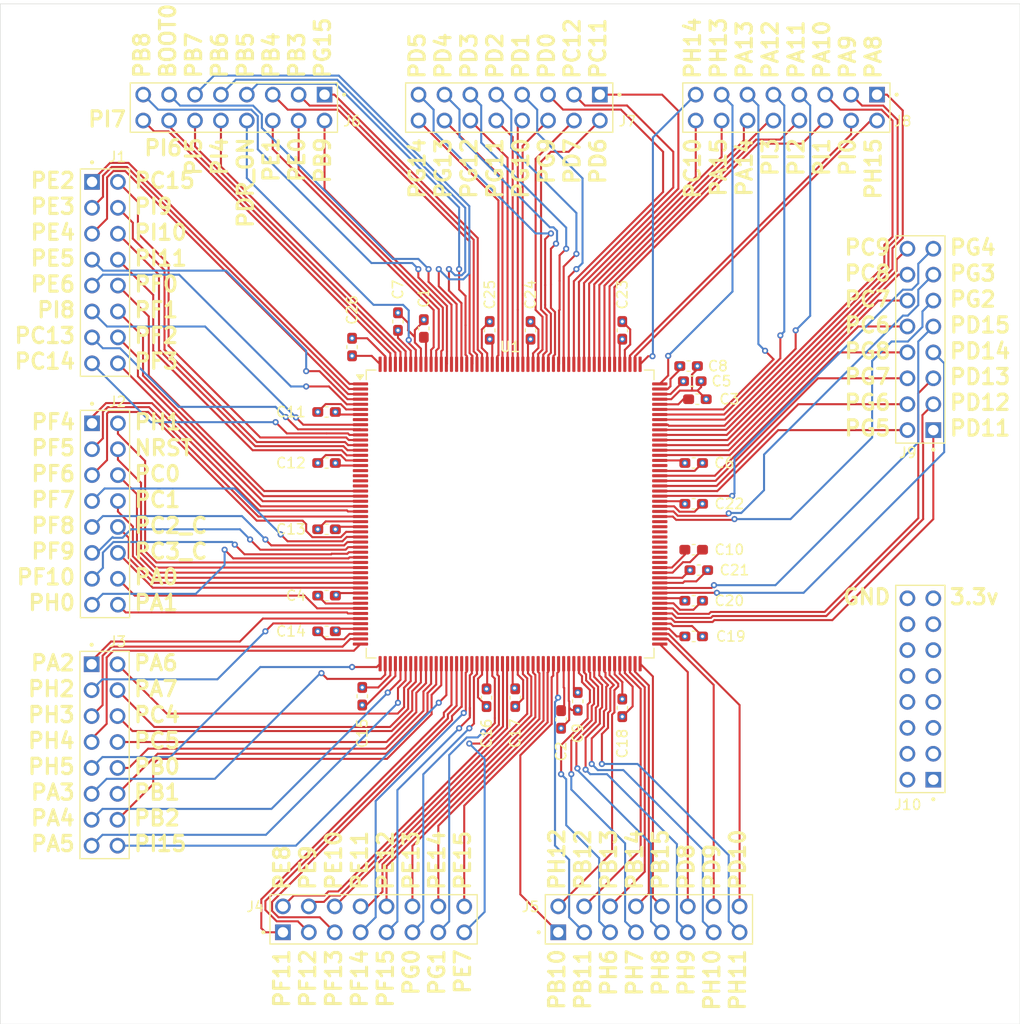
<source format=kicad_pcb>
(kicad_pcb (version 20240108) (generator "pcbnew") (generator_version "8.0")
  (layers (0 "F.Cu" signal) (1 "In1.Cu" signal) (2 "In2.Cu" signal) (31 "B.Cu" signal) (34 "B.Paste" user) (35 "F.Paste" user) (36 "B.SilkS" user "B.Silkscreen") (37 "F.SilkS" user "F.Silkscreen") (38 "B.Mask" user) (39 "F.Mask" user) (44 "Edge.Cuts" user))
  (net 0 "")
  (net 1 "Net-(U1-PI8)")
  (net 3 "Net-(U1-PI5)")
  (net 4 "Net-(U1-PI10)")
  (net 5 "Net-(U1-PI15)")
  (net 9 "Net-(U1-PI3)")
  (net 12 "unconnected-(U1-VBAT-Pad8)")
  (net 15 "Net-(U1-PI2)")
  (net 18 "Net-(U1-PI6)")
  (net 19 "Net-(U1-PI0)")
  (net 22 "Net-(U1-PI11)")
  (net 24 "Net-(U1-PI9)")
  (net 27 "Net-(C1-Pad2)")
  (net 28 "Net-(U1-PA11)")
  (net 29 "Net-(U1-PA5)")
  (net 30 "Net-(U1-PA15)")
  (net 31 "Net-(U1-PA14)")
  (net 32 "Net-(U1-PA9)")
  (net 33 "Net-(U1-PA0)")
  (net 34 "Net-(U1-PA13)")
  (net 35 "Net-(U1-PA1)")
  (net 36 "Net-(U1-PA3)")
  (net 37 "Net-(U1-PA10)")
  (net 38 "Net-(U1-PA8)")
  (net 39 "Net-(U1-PA4)")
  (net 40 "Net-(U1-PA7)")
  (net 41 "Net-(U1-PA6)")
  (net 42 "Net-(U1-PA12)")
  (net 43 "Net-(U1-PA2)")
  (net 44 "Net-(U1-PB12)")
  (net 45 "Net-(U1-PB4)")
  (net 46 "Net-(U1-PB11)")
  (net 47 "Net-(U1-PB2)")
  (net 48 "Net-(U1-PB0)")
  (net 49 "Net-(U1-PB9)")
  (net 50 "Net-(U1-PB13)")
  (net 51 "Net-(U1-PB10)")
  (net 52 "Net-(U1-PB5)")
  (net 53 "Net-(U1-PB1)")
  (net 54 "Net-(U1-PB15)")
  (net 55 "Net-(U1-PB14)")
  (net 56 "Net-(U1-PB7)")
  (net 57 "Net-(U1-PB3)")
  (net 58 "Net-(U1-PB8)")
  (net 59 "Net-(U1-PB6)")
  (net 60 "Net-(U1-PC9)")
  (net 61 "Net-(U1-PC4)")
  (net 62 "Net-(U1-PC15)")
  (net 63 "Net-(U1-PC6)")
  (net 64 "Net-(U1-PC12)")
  (net 65 "Net-(U1-PC14)")
  (net 66 "Net-(U1-PC11)")
  (net 67 "Net-(U1-PC5)")
  (net 68 "Net-(U1-PC10)")
  (net 69 "Net-(U1-PC13)")
  (net 70 "Net-(U1-PC8)")
  (net 71 "Net-(U1-PC3_C)")
  (net 72 "Net-(U1-PC7)")
  (net 73 "Net-(U1-PC2_C)")
  (net 74 "Net-(U1-PC1)")
  (net 75 "Net-(U1-PC0)")
  (net 76 "Net-(U1-PD12)")
  (net 77 "Net-(U1-PD8)")
  (net 78 "Net-(U1-PD0)")
  (net 79 "Net-(U1-PD2)")
  (net 80 "Net-(U1-PD15)")
  (net 81 "Net-(U1-PD4)")
  (net 82 "Net-(U1-PD13)")
  (net 83 "Net-(U1-PD5)")
  (net 84 "Net-(U1-PD1)")
  (net 85 "Net-(U1-PD10)")
  (net 86 "Net-(U1-PD14)")
  (net 87 "Net-(U1-PD3)")
  (net 88 "Net-(U1-PD9)")
  (net 89 "Net-(U1-PD7)")
  (net 90 "Net-(U1-PD11)")
  (net 91 "Net-(U1-PD6)")
  (net 92 "Net-(U1-PE14)")
  (net 93 "Net-(U1-PE15)")
  (net 94 "Net-(U1-PE0)")
  (net 95 "Net-(U1-PE2)")
  (net 96 "Net-(U1-PE5)")
  (net 97 "Net-(U1-PE8)")
  (net 98 "Net-(U1-PE11)")
  (net 99 "Net-(U1-PE3)")
  (net 100 "Net-(U1-PE7)")
  (net 101 "Net-(U1-PE6)")
  (net 102 "Net-(U1-PE12)")
  (net 103 "Net-(U1-PE10)")
  (net 104 "Net-(U1-PE9)")
  (net 105 "Net-(U1-PE1)")
  (net 106 "Net-(U1-PE13)")
  (net 107 "Net-(U1-PE4)")
  (net 108 "Net-(U1-PF1)")
  (net 109 "Net-(U1-PF12)")
  (net 110 "Net-(U1-PF5)")
  (net 111 "Net-(U1-PF13)")
  (net 112 "Net-(U1-PF11)")
  (net 113 "Net-(U1-PF14)")
  (net 114 "Net-(U1-PF10)")
  (net 115 "Net-(U1-PF4)")
  (net 116 "Net-(U1-PF15)")
  (net 117 "Net-(U1-PF7)")
  (net 118 "Net-(U1-PF0)")
  (net 119 "Net-(U1-PF6)")
  (net 120 "Net-(U1-PF9)")
  (net 121 "Net-(U1-PF2)")
  (net 122 "Net-(U1-PF8)")
  (net 123 "Net-(U1-PF3)")
  (net 124 "Net-(U1-PG3)")
  (net 125 "Net-(U1-PG8)")
  (net 126 "Net-(U1-PG11)")
  (net 127 "Net-(U1-PG1)")
  (net 128 "Net-(U1-PG2)")
  (net 129 "Net-(U1-PG13)")
  (net 130 "Net-(U1-PG7)")
  (net 131 "Net-(U1-PG12)")
  (net 132 "Net-(U1-PG5)")
  (net 133 "Net-(U1-PG9)")
  (net 134 "Net-(U1-PG10)")
  (net 135 "Net-(U1-PG0)")
  (net 136 "Net-(U1-PG15)")
  (net 137 "Net-(U1-PG6)")
  (net 138 "Net-(U1-PG14)")
  (net 139 "Net-(U1-PG4)")
  (net 140 "Net-(U1-PH9)")
  (net 141 "Net-(U1-PH4)")
  (net 142 "Net-(U1-PH6)")
  (net 143 "Net-(U1-PH8)")
  (net 144 "Net-(U1-PH0)")
  (net 145 "Net-(U1-PH15)")
  (net 146 "Net-(U1-PH12)")
  (net 147 "Net-(U1-PH1)")
  (net 148 "Net-(U1-PH11)")
  (net 149 "Net-(U1-PH10)")
  (net 150 "Net-(U1-PH13)")
  (net 151 "Net-(U1-PH14)")
  (net 152 "Net-(U1-PH2)")
  (net 153 "Net-(U1-PH3)")
  (net 154 "Net-(U1-PH5)")
  (net 155 "Net-(U1-PH7)")
  (net 156 "Net-(U1-PI1)")
  (net 157 "Net-(U1-PI4)")
  (net 158 "Net-(U1-PI7)")
  (net 159 "Net-(U1-BOOT0)")
  (net 160 "Net-(U1-PDR_ON)")
  (net 161 "Net-(U1-NRST)")
  (net 162 "GND")
  (net 163 "Net-(U1-VCAPDSI)")
  (net 164 "3.3v")
  (net 165 "Net-(C10-Pad1)")
  (net 166 "Net-(C3-Pad2)")
  (net 167 "Net-(C2-Pad2)")
  (footprint "Capacitor_SMD:C_0603_1608Metric_Pad1.08x0.95mm_HandSolder" (layer "F.Cu") (at 168.5 105.5)
    (property "Reference" "C21")
    (property "Value" ".1uF" (hide yes))
  )
  (footprint "Capacitor_SMD:C_0603_1608Metric_Pad1.08x0.95mm_HandSolder" (layer "F.Cu") (at 168.3625 88.749536 180)
    (property "Reference" "C3")
    (property "Value" "2.2uF" (hide yes))
  )
  (footprint "Capacitor_SMD:C_0603_1608Metric_Pad1.08x0.95mm_HandSolder" (layer "F.Cu") (at 134.5 83.6375 -90)
    (property "Reference" "C26")
    (property "Value" ".1uF" (hide yes))
  )
  (footprint "Capacitor_SMD:C_0603_1608Metric_Pad1.08x0.95mm_HandSolder" (layer "F.Cu") (at 132 95)
    (property "Reference" "C12")
    (property "Value" ".1uF" (hide yes))
  )
  (footprint "Capacitor_SMD:C_0603_1608Metric_Pad1.08x0.95mm_HandSolder" (layer "F.Cu") (at 148 82 90)
    (property "Reference" "C25")
    (property "Value" ".1uF" (hide yes))
  )
  (footprint "Capacitor_SMD:C_0603_1608Metric_Pad1.08x0.95mm_HandSolder" (layer "F.Cu") (at 132 101.5)
    (property "Reference" "C13")
    (property "Value" ".1uF" (hide yes))
  )
  (footprint "10129381-916001BLF:10129381-916001BLF" (layer "F.Cu") (at 110.23 123.62 -90)
    (property "Reference" "J3")
    (property "Value" "10129381-916001BLF" (hide yes))
  )
  (footprint "Capacitor_SMD:C_0603_1608Metric_Pad1.08x0.95mm_HandSolder" (layer "F.Cu") (at 132 111.5)
    (property "Reference" "C14")
    (property "Value" ".1uF" (hide yes))
  )
  (footprint "10129381-916001BLF:10129381-916001BLF" (layer "F.Cu") (at 190.23 82.89 90)
    (property "Reference" "J9")
    (property "Value" "10129381-916001BLF" (hide yes))
  )
  (footprint "10129381-916001BLF:10129381-916001BLF" (layer "F.Cu") (at 149.91 60.165 180)
    (property "Reference" "J7")
    (property "Value" "10129381-916001BLF" (hide yes))
  )
  (footprint "10129381-916001BLF:10129381-916001BLF" (layer "F.Cu") (at 190.23 117.15 90)
    (property "Reference" "J10")
    (property "Value" "10129381-916001BLF" (hide yes))
  )
  (footprint "Capacitor_SMD:C_0603_1608Metric_Pad1.08x0.95mm_HandSolder" (layer "F.Cu") (at 168 95)
    (property "Reference" "C6")
    (property "Value" ".1uF" (hide yes))
  )
  (footprint "Capacitor_SMD:C_0603_1608Metric_Pad1.08x0.95mm_HandSolder" (layer "F.Cu") (at 132 90)
    (property "Reference" "C11")
    (property "Value" ".1uF" (hide yes))
  )
  (footprint "Capacitor_SMD:C_0603_1608Metric_Pad1.08x0.95mm_HandSolder" (layer "F.Cu") (at 132 108)
    (property "Reference" "C4")
    (property "Value" ".1uF" (hide yes))
  )
  (footprint "10129381-916001BLF:10129381-916001BLF" (layer "F.Cu") (at 136.61 139.73)
    (property "Reference" "J4")
    (property "Value" "10129381-916001BLF" (hide yes))
  )
  (footprint "10129381-916001BLF:10129381-916001BLF" (layer "F.Cu") (at 110.27 100 -90)
    (property "Reference" "J2")
    (property "Value" "10129381-916001BLF" (hide yes))
  )
  (footprint "Capacitor_SMD:C_0603_1608Metric_Pad1.08x0.95mm_HandSolder" (layer "F.Cu") (at 156.633044 118.357669 -90)
    (property "Reference" "C9")
    (property "Value" "4.7uF" (hide yes))
  )
  (footprint "Capacitor_SMD:C_0603_1608Metric_Pad1.08x0.95mm_HandSolder" (layer "F.Cu") (at 152 82 -90)
    (property "Reference" "C24")
    (property "Value" ".1uF" (hide yes))
  )
  (footprint "Capacitor_SMD:C_0603_1608Metric_Pad1.08x0.95mm_HandSolder" (layer "F.Cu") (at 161 82 -90)
    (property "Reference" "C23")
    (property "Value" ".1uF" (hide yes))
  )
  (footprint "Capacitor_SMD:C_0603_1608Metric_Pad1.08x0.95mm_HandSolder" (layer "F.Cu") (at 168 99 180)
    (property "Reference" "C22")
    (property "Value" ".1uF" (hide yes))
  )
  (footprint "Capacitor_SMD:C_0603_1608Metric_Pad1.08x0.95mm_HandSolder" (layer "F.Cu") (at 150.5 118 -90)
    (property "Reference" "C17")
    (property "Value" ".1uF" (hide yes))
  )
  (footprint "Capacitor_SMD:C_0603_1608Metric_Pad1.08x0.95mm_HandSolder" (layer "F.Cu") (at 167.8625 86.980202)
    (property "Reference" "C5")
    (property "Value" "4.7uF" (hide yes))
  )
  (footprint "10129381-916001BLF:10129381-916001BLF" (layer "F.Cu") (at 110.27 76.34 -90)
    (property "Reference" "J1")
    (property "Value" "10129381-916001BLF" (hide yes))
  )
  (footprint "10129381-916001BLF:10129381-916001BLF" (layer "F.Cu") (at 122.91 60.165 180)
    (property "Reference" "J6")
    (property "Value" "10129381-916001BLF" (hide yes))
  )
  (footprint "Capacitor_SMD:C_0603_1608Metric_Pad1.08x0.95mm_HandSolder" (layer "F.Cu") (at 168 112 180)
    (property "Reference" "C19")
    (property "Value" ".1uF" (hide yes))
  )
  (footprint "Capacitor_SMD:C_0603_1608Metric_Pad1.08x0.95mm_HandSolder" (layer "F.Cu") (at 167.5 85.5)
    (property "Reference" "C8")
    (property "Value" ".1uF" (hide yes))
  )
  (footprint "Capacitor_SMD:C_0603_1608Metric_Pad1.08x0.95mm_HandSolder" (layer "F.Cu") (at 161 119 -90)
    (property "Reference" "C18")
    (property "Value" ".1uF" (hide yes))
  )
  (footprint "Package_QFP:LQFP-208_28x28mm_P0.5mm" (layer "F.Cu") (at 150 100)
    (property "Reference" "U1")
    (property "Value" "STM32H757BITx" (hide yes))
  )
  (footprint "Capacitor_SMD:C_0603_1608Metric_Pad1.08x0.95mm_HandSolder" (layer "F.Cu") (at 139 81.1375 90)
    (property "Reference" "C7")
    (property "Value" "4.7uF" (hide yes))
  )
  (footprint "Capacitor_SMD:C_0603_1608Metric_Pad1.08x0.95mm_HandSolder" (layer "F.Cu") (at 135.5 117.8625 -90)
    (property "Reference" "C15")
    (property "Value" ".1uF" (hide yes))
  )
  (footprint "10129381-916001BLF:10129381-916001BLF" (layer "F.Cu") (at 177.09 60.165 180)
    (property "Reference" "J8")
    (property "Value" "10129381-916001BLF" (hide yes))
  )
  (footprint "Capacitor_SMD:C_0603_1608Metric_Pad1.08x0.95mm_HandSolder" (layer "F.Cu") (at 168 108.5 180)
    (property "Reference" "C20")
    (property "Value" ".1uF" (hide yes))
  )
  (footprint "Capacitor_SMD:C_0603_1608Metric_Pad1.08x0.95mm_HandSolder" (layer "F.Cu") (at 168 103.5)
    (property "Reference" "C10")
    (property "Value" "2.2uF" (hide yes))
  )
  (footprint "Capacitor_SMD:C_0603_1608Metric_Pad1.08x0.95mm_HandSolder" (layer "F.Cu") (at 141.53667 81.816645 -90)
    (property "Reference" "C1")
    (property "Value" "2.2uF" (hide yes))
  )
  (footprint "10129381-916001BLF:10129381-916001BLF" (layer "F.Cu") (at 163.610805 139.73)
    (property "Reference" "J5")
    (property "Value" "10129381-916001BLF" (hide yes))
  )
  (footprint "Capacitor_SMD:C_0603_1608Metric_Pad1.08x0.95mm_HandSolder" (layer "F.Cu") (at 155 120.1375 90)
    (property "Reference" "C2")
    (property "Value" "2.2uF" (hide yes))
  )
  (footprint "Capacitor_SMD:C_0603_1608Metric_Pad1.08x0.95mm_HandSolder" (layer "F.Cu") (at 147.686507 118.008432 90)
    (property "Reference" "C16")
    (property "Value" ".1uF" (hide yes))
  )
  (gr_rect (start 100 50) (end 200 150) (stroke (width 0.05)) (fill none) (layer "Edge.Cuts"))
  (gr_text "PB3" (at 129.969195 57.435 90) (layer "F.SilkS") (effects (font (size 1.5 1.5) (thickness 0.3) (bold yes)) (justify left bottom)))
  (gr_text "PC0" (at 113 96.939195 0) (layer "F.SilkS") (effects (font (size 1.5 1.5) (thickness 0.3) (bold yes)) (justify left bottom)))
  (gr_text "PG8" (at 187.46 84.909195 0) (layer "F.SilkS") (effects (font (size 1.5 1.5) (thickness 0.3) (bold yes)) (justify right bottom)))
  (gr_text "PI3" (at 176.39 63 90) (layer "F.SilkS") (effects (font (size 1.5 1.5) (thickness 0.3) (bold yes)) (justify right bottom)))
  (gr_text "PA4" (at 107.46 130.679195 0) (layer "F.SilkS") (effects (font (size 1.5 1.5) (thickness 0.3) (bold yes)) (justify right bottom)))
  (gr_text "PE3" (at 107.5 70.739195 0) (layer "F.SilkS") (effects (font (size 1.5 1.5) (thickness 0.3) (bold yes)) (justify right bottom)))
  (gr_text "PC10" (at 168.77 63 90) (layer "F.SilkS") (effects (font (size 1.5 1.5) (thickness 0.3) (bold yes)) (justify right bottom)))
  (gr_text "PB11" (at 158.01 142.5 90) (layer "F.SilkS") (effects (font (size 1.5 1.5) (thickness 0.3) (bold yes)) (justify right bottom)))
  (gr_text "PB14" (at 163.09 137 90) (layer "F.SilkS") (effects (font (size 1.5 1.5) (thickness 0.3) (bold yes)) (justify left bottom)))
  (gr_text "PA2" (at 107.46 115.479195 0) (layer "F.SilkS") (effects (font (size 1.5 1.5) (thickness 0.3) (bold yes)) (justify right bottom)))
  (gr_text "PC5" (at 112.96 123.099195 0) (layer "F.SilkS") (effects (font (size 1.5 1.5) (thickness 0.3) (bold yes)) (justify left bottom)))
  (gr_text "PE2" (at 107.5 68.199195 0) (layer "F.SilkS") (effects (font (size 1.5 1.5) (thickness 0.3) (bold yes)) (justify right bottom)))
  (gr_text "PE12" (at 138.66 137 90) (layer "F.SilkS") (effects (font (size 1.5 1.5) (thickness 0.3) (bold yes)) (justify left bottom)))
  (gr_text "PI15" (at 112.96 133.199195 0) (layer "F.SilkS") (effects (font (size 1.5 1.5) (thickness 0.3) (bold yes)) (justify left bottom)))
  (gr_text "PG9" (at 154.45 63 90) (layer "F.SilkS") (effects (font (size 1.5 1.5) (thickness 0.3) (bold yes)) (justify right bottom)))
  (gr_text "PI0" (at 183.97 63 90) (layer "F.SilkS") (effects (font (size 1.5 1.5) (thickness 0.3) (bold yes)) (justify right bottom)))
  (gr_text "PD13" (at 192.96 87.429195 0) (layer "F.SilkS") (effects (font (size 1.5 1.5) (thickness 0.3) (bold yes)) (justify left bottom)))
  (gr_text "PH12" (at 155.47 137 90) (layer "F.SilkS") (effects (font (size 1.5 1.5) (thickness 0.3) (bold yes)) (justify left bottom)))
  (gr_text "PG11" (at 149.39 63 90) (layer "F.SilkS") (effects (font (size 1.5 1.5) (thickness 0.3) (bold yes)) (justify right bottom)))
  (gr_text "PA0" (at 113 107.059195 0) (layer "F.SilkS") (effects (font (size 1.5 1.5) (thickness 0.3) (bold yes)) (justify left bottom)))
  (gr_text "PH10" (at 170.67 142.5 90) (layer "F.SilkS") (effects (font (size 1.5 1.5) (thickness 0.3) (bold yes)) (justify right bottom)))
  (gr_text "PF4" (at 107.5 91.859195 0) (layer "F.SilkS") (effects (font (size 1.5 1.5) (thickness 0.3) (bold yes)) (justify right bottom)))
  (gr_text "PF11" (at 128.5 142.5 90) (layer "F.SilkS") (effects (font (size 1.5 1.5) (thickness 0.3) (bold yes)) (justify right bottom)))
  (gr_text "PF6" (at 107.5 96.939195 0) (layer "F.SilkS") (effects (font (size 1.5 1.5) (thickness 0.3) (bold yes)) (justify right bottom)))
  (gr_text "PC7" (at 187.46 79.829195 0) (layer "F.SilkS") (effects (font (size 1.5 1.5) (thickness 0.3) (bold yes)) (justify right bottom)))
  (gr_text "PH5" (at 107.46 125.639195 0) (layer "F.SilkS") (effects (font (size 1.5 1.5) (thickness 0.3) (bold yes)) (justify right bottom)))
  (gr_text "PE5" (at 107.5 75.819195 0) (layer "F.SilkS") (effects (font (size 1.5 1.5) (thickness 0.3) (bold yes)) (justify right bottom)))
  (gr_text "PG4" (at 192.96 74.749195 0) (layer "F.SilkS") (effects (font (size 1.5 1.5) (thickness 0.3) (bold yes)) (justify left bottom)))
  (gr_text "NRST" (at 113 94.399195 0) (layer "F.SilkS") (effects (font (size 1.5 1.5) (thickness 0.3) (bold yes)) (justify left bottom)))
  (gr_text "PA3" (at 107.46 128.159195 0) (layer "F.SilkS") (effects (font (size 1.5 1.5) (thickness 0.3) (bold yes)) (justify right bottom)))
  (gr_text "PH11" (at 173.19 142.5 90) (layer "F.SilkS") (effects (font (size 1.5 1.5) (thickness 0.3) (bold yes)) (justify right bottom)))
  (gr_text "PD1" (at 151.93 57.5 90) (layer "F.SilkS") (effects (font (size 1.5 1.5) (thickness 0.3) (bold yes)) (justify left bottom)))
  (gr_text "PI10" (at 113 73.279195 0) (layer "F.SilkS") (effects (font (size 1.5 1.5) (thickness 0.3) (bold yes)) (justify left bottom)))
  (gr_text "PH1" (at 113 91.859195 0) (layer "F.SilkS") (effects (font (size 1.5 1.5) (thickness 0.3) (bold yes)) (justify left bottom)))
  (gr_text "PF10" (at 107.5 107.059195 0) (layer "F.SilkS") (effects (font (size 1.5 1.5) (thickness 0.3) (bold yes)) (justify right bottom)))
  (gr_text "PD14" (at 192.96 84.909195 0) (layer "F.SilkS") (effects (font (size 1.5 1.5) (thickness 0.3) (bold yes)) (justify left bottom)))
  (gr_text "PF13" (at 133.58 142.5 90) (layer "F.SilkS") (effects (font (size 1.5 1.5) (thickness 0.3) (bold yes)) (justify right bottom)))
  (gr_text "PD7" (at 156.97 63 90) (layer "F.SilkS") (effects (font (size 1.5 1.5) (thickness 0.3) (bold yes)) (justify right bottom)))
  (gr_text "PF1" (at 113 80.879195 0) (layer "F.SilkS") (effects (font (size 1.5 1.5) (thickness 0.3) (bold yes)) (justify left bottom)))
  (gr_text "BOOT0" (at 117.309195 57.435 90) (layer "F.SilkS") (effects (font (size 1.5 1.5) (thickness 0.3) (bold yes)) (justify left bottom)))
  (gr_text "PB13" (at 160.55 137 90) (layer "F.SilkS") (effects (font (size 1.5 1.5) (thickness 0.3) (bold yes)) (justify left bottom)))
  (gr_text "PA6" (at 112.96 115.479195 0) (layer "F.SilkS") (effects (font (size 1.5 1.5) (thickness 0.3) (bold yes)) (justify left bottom)))
  (gr_text "PI6" (at 118 65 0) (layer "F.SilkS") (effects (font (size 1.5 1.5) (thickness 0.3) (bold yes)) (justify right bottom)))
  (gr_text "PB10" (at 155.47 142.5 90) (layer "F.SilkS") (effects (font (size 1.5 1.5) (thickness 0.3) (bold yes)) (justify right bottom)))
  (gr_text "PC2_C" (at 113 102.019195 0) (layer "F.SilkS") (effects (font (size 1.5 1.5) (thickness 0.3) (bold yes)) (justify left bottom)))
  (gr_text "PG12" (at 146.85 63 90) (layer "F.SilkS") (effects (font (size 1.5 1.5) (thickness 0.3) (bold yes)) (justify right bottom)))
  (gr_text "PB6" (at 122.389195 57.435 90) (layer "F.SilkS") (effects (font (size 1.5 1.5) (thickness 0.3) (bold yes)) (justify left bottom)))
  (gr_text "PC15" (at 113 68.199195 0) (layer "F.SilkS") (effects (font (size 1.5 1.5) (thickness 0.3) (bold yes)) (justify left bottom)))
  (gr_text "PH4" (at 107.46 123.099195 0) (layer "F.SilkS") (effects (font (size 1.5 1.5) (thickness 0.3) (bold yes)) (justify right bottom)))
  (gr_text "PD11" (at 192.96 92.469195 0) (layer "F.SilkS") (effects (font (size 1.5 1.5) (thickness 0.3) (bold yes)) (justify left bottom)))
  (gr_text "PF9" (at 107.5 104.539195 0) (layer "F.SilkS") (effects (font (size 1.5 1.5) (thickness 0.3) (bold yes)) (justify right bottom)))
  (gr_text "PG15" (at 132.489195 57.435 90) (layer "F.SilkS") (effects (font (size 1.5 1.5) (thickness 0.3) (bold yes)) (justify left bottom)))
  (gr_text "PH7" (at 163.09 142.5 90) (layer "F.SilkS") (effects (font (size 1.5 1.5) (thickness 0.3) (bold yes)) (justify right bottom)))
  (gr_text "PG3" (at 192.96 77.289195 0) (layer "F.SilkS") (effects (font (size 1.5 1.5) (thickness 0.3) (bold yes)) (justify left bottom)))
  (gr_text "PE7" (at 146.22 142.5 90) (layer "F.SilkS") (effects (font (size 1.5 1.5) (thickness 0.3) (bold yes)) (justify right bottom)))
  (gr_text "PI4" (at 122.389195 62.935 90) (layer "F.SilkS") (effects (font (size 1.5 1.5) (thickness 0.3) (bold yes)) (justify right bottom)))
  (gr_text "PI2" (at 178.93 63 90) (layer "F.SilkS") (effects (font (size 1.5 1.5) (thickness 0.3) (bold yes)) (justify right bottom)))
  (gr_text "PG14" (at 141.77 63 90) (layer "F.SilkS") (effects (font (size 1.5 1.5) (thickness 0.3) (bold yes)) (justify right bottom)))
  (gr_text "PH9" (at 168.15 142.5 90) (layer "F.SilkS") (effects (font (size 1.5 1.5) (thickness 0.3) (bold yes)) (justify right bottom)))
  (gr_text "PH2" (at 107.46 118.019195 0) (layer "F.SilkS") (effects (font (size 1.5 1.5) (thickness 0.3) (bold yes)) (justify right bottom)))
  (gr_text "PD8" (at 168.15 137 90) (layer "F.SilkS") (effects (font (size 1.5 1.5) (thickness 0.3) (bold yes)) (justify left bottom)))
  (gr_text "PA7" (at 112.96 118.019195 0) (layer "F.SilkS") (effects (font (size 1.5 1.5) (thickness 0.3) (bold yes)) (justify left bottom)))
  (gr_text "PF7" (at 107.5 99.479195 0) (layer "F.SilkS") (effects (font (size 1.5 1.5) (thickness 0.3) (bold yes)) (justify right bottom)))
  (gr_text "PD5" (at 141.77 57.5 90) (layer "F.SilkS") (effects (font (size 1.5 1.5) (thickness 0.3) (bold yes)) (justify left bottom)))
  (gr_text "PE9" (at 131.04 137 90) (layer "F.SilkS") (effects (font (size 1.5 1.5) (thickness 0.3) (bold yes)) (justify left bottom)))
  (gr_text "PA5" (at 107.46 133.199195 0) (layer "F.SilkS") (effects (font (size 1.5 1.5) (thickness 0.3) (bold yes)) (justify right bottom)))
  (gr_text "PH13" (at 171.31 57.5 90) (layer "F.SilkS") (effects (font (size 1.5 1.5) (thickness 0.3) (bold yes)) (justify left bottom)))
  (gr_text "PF8" (at 107.5 102.019195 0) (layer "F.SilkS") (effects (font (size 1.5 1.5) (thickness 0.3) (bold yes)) (justify right bottom)))
  (gr_text "PG5" (at 187.46 92.469195 0) (layer "F.SilkS") (effects (font (size 1.5 1.5) (thickness 0.3) (bold yes)) (justify right bottom)))
  (gr_text "PA14" (at 173.85 63 90) (layer "F.SilkS") (effects (font (size 1.5 1.5) (thickness 0.3) (bold yes)) (justify right bottom)))
  (gr_text "PA13" (at 173.85 57.5 90) (layer "F.SilkS") (effects (font (size 1.5 1.5) (thickness 0.3) (bold yes)) (justify left bottom)))
  (gr_text "PI7" (at 112.5 62.185 0) (layer "F.SilkS") (effects (font (size 1.5 1.5) (thickness 0.3) (bold yes)) (justify right bottom)))
  (gr_text "PA8" (at 186.49 57.5 90) (layer "F.SilkS") (effects (font (size 1.5 1.5) (thickness 0.3) (bold yes)) (justify left bottom)))
  (gr_text "PC14" (at 107.5 85.919195 0) (layer "F.SilkS") (effects (font (size 1.5 1.5) (thickness 0.3) (bold yes)) (justify right bottom)))
  (gr_text "PF2" (at 113 83.399195 0) (layer "F.SilkS") (effects (font (size 1.5 1.5) (thickness 0.3) (bold yes)) (justify left bottom)))
  (gr_text "PD15" (at 192.96 82.369195 0) (layer "F.SilkS") (effects (font (size 1.5 1.5) (thickness 0.3) (bold yes)) (justify left bottom)))
  (gr_text "PA11" (at 178.93 57.5 90) (layer "F.SilkS") (effects (font (size 1.5 1.5) (thickness 0.3) (bold yes)) (justify left bottom)))
  (gr_text "PG1" (at 143.7 142.5 90) (layer "F.SilkS") (effects (font (size 1.5 1.5) (thickness 0.3) (bold yes)) (justify right bottom)))
  (gr_text "PB0" (at 112.96 125.639195 0) (layer "F.SilkS") (effects (font (size 1.5 1.5) (thickness 0.3) (bold yes)) (justify left bottom)))
  (gr_text "PB8" (at 114.769195 57.435 90) (layer "F.SilkS") (effects (font (size 1.5 1.5) (thickness 0.3) (bold yes)) (justify left bottom)))
  (gr_text "PB2" (at 112.96 130.679195 0) (layer "F.SilkS") (effects (font (size 1.5 1.5) (thickness 0.3) (bold yes)) (justify left bottom)))
  (gr_text "PE15" (at 146.22 137 90) (layer "F.SilkS") (effects (font (size 1.5 1.5) (thickness 0.3) (bold yes)) (justify left bottom)))
  (gr_text "PDR_ON" (at 124.929195 62.935 90) (layer "F.SilkS") (effects (font (size 1.5 1.5) (thickness 0.3) (bold yes)) (justify right bottom)))
  (gr_text "PA9" (at 183.97 57.5 90) (layer "F.SilkS") (effects (font (size 1.5 1.5) (thickness 0.3) (bold yes)) (justify left bottom)))
  (gr_text "PE13" (at 141.18 137 90) (layer "F.SilkS") (effects (font (size 1.5 1.5) (thickness 0.3) (bold yes)) (justify left bottom)))
  (gr_text "PF15" (at 138.66 142.5 90) (layer "F.SilkS") (effects (font (size 1.5 1.5) (thickness 0.3) (bold yes)) (justify right bottom)))
  (gr_text "PG10" (at 151.93 63 90) (layer "F.SilkS") (effects (font (size 1.5 1.5) (thickness 0.3) (bold yes)) (justify right bottom)))
  (gr_text "PH14" (at 168.77 57.5 90) (layer "F.SilkS") (effects (font (size 1.5 1.5) (thickness 0.3) (bold yes)) (justify left bottom)))
  (gr_text "PE1" (at 127.449195 62.935 90) (layer "F.SilkS") (effects (font (size 1.5 1.5) (thickness 0.3) (bold yes)) (justify right bottom)))
  (gr_text "PF3" (at 113 85.919195 0) (layer "F.SilkS") (effects (font (size 1.5 1.5) (thickness 0.3) (bold yes)) (justify left bottom)))
  (gr_text "PC1" (at 113 99.479195 0) (layer "F.SilkS") (effects (font (size 1.5 1.5) (thickness 0.3) (bold yes)) (justify left bottom)))
  (gr_text "PI8" (at 107.5 80.879195 0) (layer "F.SilkS") (effects (font (size 1.5 1.5) (thickness 0.3) (bold yes)) (justify right bottom)))
  (gr_text "PD3" (at 146.85 57.5 90) (layer "F.SilkS") (effects (font (size 1.5 1.5) (thickness 0.3) (bold yes)) (justify left bottom)))
  (gr_text "PB7" (at 119.849195 57.435 90) (layer "F.SilkS") (effects (font (size 1.5 1.5) (thickness 0.3) (bold yes)) (justify left bottom)))
  (gr_text "3.3v" (at 192.96 109.009195 0) (layer "F.SilkS") (effects (font (size 1.5 1.5) (thickness 0.3) (bold yes)) (justify left bottom)))
  (gr_text "GND" (at 187.46 109.009195 0) (layer "F.SilkS") (effects (font (size 1.5 1.5) (thickness 0.3) (bold yes)) (justify right bottom)))
  (gr_text "PF5" (at 107.5 94.399195 0) (layer "F.SilkS") (effects (font (size 1.5 1.5) (thickness 0.3) (bold yes)) (justify right bottom)))
  (gr_text "PB12" (at 158.01 137 90) (layer "F.SilkS") (effects (font (size 1.5 1.5) (thickness 0.3) (bold yes)) (justify left bottom)))
  (gr_text "PH3" (at 107.46 120.559195 0) (layer "F.SilkS") (effects (font (size 1.5 1.5) (thickness 0.3) (bold yes)) (justify right bottom)))
  (gr_text "PC6" (at 187.46 82.369195 0) (layer "F.SilkS") (effects (font (size 1.5 1.5) (thickness 0.3) (bold yes)) (justify right bottom)))
  (gr_text "PF0" (at 113 78.359195 0) (layer "F.SilkS") (effects (font (size 1.5 1.5) (thickness 0.3) (bold yes)) (justify left bottom)))
  (gr_text "PG6" (at 187.46 89.949195 0) (layer "F.SilkS") (effects (font (size 1.5 1.5) (thickness 0.3) (bold yes)) (justify right bottom)))
  (gr_text "PD12" (at 192.96 89.949195 0) (layer "F.SilkS") (effects (font (size 1.5 1.5) (thickness 0.3) (bold yes)) (justify left bottom)))
  (gr_text "PB1" (at 112.96 128.159195 0) (layer "F.SilkS") (effects (font (size 1.5 1.5) (thickness 0.3) (bold yes)) (justify left bottom)))
  (gr_text "PB15" (at 165.63 137 90) (layer "F.SilkS") (effects (font (size 1.5 1.5) (thickness 0.3) (bold yes)) (justify left bottom)))
  (gr_text "PD6" (at 159.49 63 90) (layer "F.SilkS") (effects (font (size 1.5 1.5) (thickness 0.3) (bold yes)) (justify right bottom)))
  (gr_text "PB5" (at 124.929195 57.435 90) (layer "F.SilkS") (effects (font (size 1.5 1.5) (thickness 0.3) (bold yes)) (justify left bottom)))
  (gr_text "PI1" (at 181.45 63 90) (layer "F.SilkS") (effects (font (size 1.5 1.5) (thickness 0.3) (bold yes)) (justify right bottom)))
  (gr_text "PD10" (at 173.19 137 90) (layer "F.SilkS") (effects (font (size 1.5 1.5) (thickness 0.3) (bold yes)) (justify left bottom)))
  (gr_text "PC12" (at 156.97 57.5 90) (layer "F.SilkS") (effects (font (size 1.5 1.5) (thickness 0.3) (bold yes)) (justify left bottom)))
  (gr_text "PB4" (at 127.449195 57.435 90) (layer "F.SilkS") (effects (font (size 1.5 1.5) (thickness 0.3) (bold yes)) (justify left bottom)))
  (gr_text "PI11" (at 113 75.819195 0) (layer "F.SilkS") (effects (font (size 1.5 1.5) (thickness 0.3) (bold yes)) (justify left bottom)))
  (gr_text "PH6" (at 160.55 142.5 90) (layer "F.SilkS") (effects (font (size 1.5 1.5) (thickness 0.3) (bold yes)) (justify right bottom)))
  (gr_text "PC4" (at 112.96 120.559195 0) (layer "F.SilkS") (effects (font (size 1.5 1.5) (thickness 0.3) (bold yes)) (justify left bottom)))
  (gr_text "PD4" (at 144.31 57.5 90) (layer "F.SilkS") (effects (font (size 1.5 1.5) (thickness 0.3) (bold yes)) (justify left bottom)))
  (gr_text "PC3_C" (at 113 104.539195 0) (layer "F.SilkS") (effects (font (size 1.5 1.5) (thickness 0.3) (bold yes)) (justify left bottom)))
  (gr_text "PG0" (at 141.18 142.5 90) (layer "F.SilkS") (effects (font (size 1.5 1.5) (thickness 0.3) (bold yes)) (justify right bottom)))
  (gr_text "PC9" (at 187.46 74.749195 0) (layer "F.SilkS") (effects (font (size 1.5 1.5) (thickness 0.3) (bold yes)) (justify right bottom)))
  (gr_text "PA10" (at 181.45 57.5 90) (layer "F.SilkS") (effects (font (size 1.5 1.5) (thickness 0.3) (bold yes)) (justify left bottom)))
  (gr_text "PG2" (at 192.96 79.829195 0) (layer "F.SilkS") (effects (font (size 1.5 1.5) (thickness 0.3) (bold yes)) (justify left bottom)))
  (gr_text "PB9" (at 132.489195 62.935 90) (layer "F.SilkS") (effects (font (size 1.5 1.5) (thickness 0.3) (bold yes)) (justify right bottom)))
  (gr_text "PI9" (at 113 70.739195 0) (layer "F.SilkS") (effects (font (size 1.5 1.5) (thickness 0.3) (bold yes)) (justify left bottom)))
  (gr_text "PC13" (at 107.5 83.399195 0) (layer "F.SilkS") (effects (font (size 1.5 1.5) (thickness 0.3) (bold yes)) (justify right bottom)))
  (gr_text "PE10" (at 133.58 137 90) (layer "F.SilkS") (effects (font (size 1.5 1.5) (thickness 0.3) (bold yes)) (justify left bottom)))
  (gr_text "PA15" (at 171.31 63 90) (layer "F.SilkS") (effects (font (size 1.5 1.5) (thickness 0.3) (bold yes)) (justify right bottom)))
  (gr_text "PA12" (at 176.39 57.5 90) (layer "F.SilkS") (effects (font (size 1.5 1.5) (thickness 0.3) (bold yes)) (justify left bottom)))
  (gr_text "PC11" (at 159.49 57.5 90) (layer "F.SilkS") (effects (font (size 1.5 1.5) (thickness 0.3) (bold yes)) (justify left bottom)))
  (gr_text "PD0" (at 154.45 57.5 90) (layer "F.SilkS") (effects (font (size 1.5 1.5) (thickness 0.3) (bold yes)) (justify left bottom)))
  (gr_text "PE0" (at 129.969195 62.935 90) (layer "F.SilkS") (effects (font (size 1.5 1.5) (thickness 0.3) (bold yes)) (justify right bottom)))
  (gr_text "PD2" (at 149.39 57.5 90) (layer "F.SilkS") (effects (font (size 1.5 1.5) (thickness 0.3) (bold yes)) (justify left bottom)))
  (gr_text "PG13" (at 144.31 63 90) (layer "F.SilkS") (effects (font (size 1.5 1.5) (thickness 0.3) (bold yes)) (justify right bottom)))
  (gr_text "PI5" (at 119.849195 62.935 90) (layer "F.SilkS") (effects (font (size 1.5 1.5) (thickness 0.3) (bold yes)) (justify right bottom)))
  (gr_text "PE6" (at 107.5 78.359195 0) (layer "F.SilkS") (effects (font (size 1.5 1.5) (thickness 0.3) (bold yes)) (justify right bottom)))
  (gr_text "PF14" (at 136.12 142.5 90) (layer "F.SilkS") (effects (font (size 1.5 1.5) (thickness 0.3) (bold yes)) (justify right bottom)))
  (gr_text "PC8" (at 187.46 77.289195 0) (layer "F.SilkS") (effects (font (size 1.5 1.5) (thickness 0.3) (bold yes)) (justify right bottom)))
  (gr_text "PE4" (at 107.5 73.279195 0) (layer "F.SilkS") (effects (font (size 1.5 1.5) (thickness 0.3) (bold yes)) (justify right bottom)))
  (gr_text "PG7" (at 187.46 87.429195 0) (layer "F.SilkS") (effects (font (size 1.5 1.5) (thickness 0.3) (bold yes)) (justify right bottom)))
  (gr_text "PE8" (at 128.5 137 90) (layer "F.SilkS") (effects (font (size 1.5 1.5) (thickness 0.3) (bold yes)) (justify left bottom)))
  (gr_text "PE11" (at 136.12 137 90) (layer "F.SilkS") (effects (font (size 1.5 1.5) (thickness 0.3) (bold yes)) (justify left bottom)))
  (gr_text "PD9" (at 170.67 137 90) (layer "F.SilkS") (effects (font (size 1.5 1.5) (thickness 0.3) (bold yes)) (justify left bottom)))
  (gr_text "PF12" (at 131.04 142.5 90) (layer "F.SilkS") (effects (font (size 1.5 1.5) (thickness 0.3) (bold yes)) (justify right bottom)))
  (gr_text "PE14" (at 143.7 137 90) (layer "F.SilkS") (effects (font (size 1.5 1.5) (thickness 0.3) (bold yes)) (justify left bottom)))
  (gr_text "PH8" (at 165.63 142.5 90) (layer "F.SilkS") (effects (font (size 1.5 1.5) (thickness 0.3) (bold yes)) (justify right bottom)))
  (gr_text "PH15" (at 186.49 63 90) (layer "F.SilkS") (effects (font (size 1.5 1.5) (thickness 0.3) (bold yes)) (justify right bottom)))
  (gr_text "PA1" (at 113 109.579195 0) (layer "F.SilkS") (effects (font (size 1.5 1.5) (thickness 0.3) (bold yes)) (justify left bottom)))
  (gr_text "PH0" (at 107.5 109.579195 0) (layer "F.SilkS") (effects (font (size 1.5 1.5) (thickness 0.3) (bold yes)) (justify right bottom)))
  (segment (start 135.325 91.25) (end 129.717157 91.25) (width 0.2) (layer "F.Cu") (net 1))
  (segment (start 129.717157 91.25) (end 129 90.532843) (width 0.2) (layer "F.Cu") (net 1))
  (via (at 129 90.532843) (size 0.6) (drill 0.3) (layers "F.Cu" "B.Cu") (net 1))
  (segment (start 109 80.15) (end 110.475 81.625) (width 0.2) (layer "B.Cu") (net 1))
  (segment (start 110.475 81.625) (end 120.092157 81.625) (width 0.2) (layer "B.Cu") (net 1))
  (segment (start 120.092157 81.625) (end 129 90.532843) (width 0.2) (layer "B.Cu") (net 1))
  (segment (start 119.1 63.969908) (end 139.25 84.119908) (width 0.2) (layer "F.Cu") (net 3))
  (segment (start 119.1 61.435) (end 119.1 63.969908) (width 0.2) (layer "F.Cu") (net 3))
  (segment (start 139.25 84.119908) (end 139.25 85.325) (width 0.2) (layer "F.Cu") (net 3))
  (segment (start 134.048093 93.75) (end 133.648093 93.35) (width 0.2) (layer "F.Cu") (net 4))
  (segment (start 115.65 84) (end 115.565686 84) (width 0.2) (layer "F.Cu") (net 4))
  (segment (start 125 93.35) (end 115.65 84) (width 0.2) (layer "F.Cu") (net 4))
  (segment (start 135.325 93.75) (end 134.048093 93.75) (width 0.2) (layer "F.Cu") (net 4))
  (segment (start 133.648093 93.35) (end 125 93.35) (width 0.2) (layer "F.Cu") (net 4))
  (segment (start 115.565686 84) (end 115.565686 76.555686) (width 0.2) (layer "F.Cu") (net 4))
  (segment (start 115.565686 76.555686) (end 111.54 72.53) (width 0.2) (layer "F.Cu") (net 4))
  (segment (start 143.75 114.675) (end 143.75 117.75) (width 0.2) (layer "F.Cu") (net 5))
  (segment (start 143.75 117.75) (end 143 118.5) (width 0.2) (layer "F.Cu") (net 5))
  (via (at 143 118.5) (size 0.6) (drill 0.3) (layers "F.Cu" "B.Cu") (net 5))
  (segment (start 128.99 132.51) (end 143 118.5) (width 0.2) (layer "B.Cu") (net 5))
  (segment (start 111.5 132.51) (end 128.99 132.51) (width 0.2) (layer "B.Cu") (net 5))
  (segment (start 159.25 77.618628) (end 159.25 85.325) (width 0.2) (layer "F.Cu") (net 9))
  (segment (start 175.82 61.435) (end 175.433628 61.435) (width 0.2) (layer "F.Cu") (net 9))
  (segment (start 175.433628 61.435) (end 159.25 77.618628) (width 0.2) (layer "F.Cu") (net 9))
  (segment (start 135.325 90.75) (end 135.3 90.775) (width 0.2) (layer "F.Cu") (net 12))
  (segment (start 176.495 63.3) (end 178.36 61.435) (width 0.2) (layer "F.Cu") (net 15))
  (segment (start 159.75 85.325) (end 159.75 77.684314) (width 0.2) (layer "F.Cu") (net 15))
  (segment (start 159.75 77.684314) (end 174.134314 63.3) (width 0.2) (layer "F.Cu") (net 15))
  (segment (start 174.134314 63.3) (end 176.495 63.3) (width 0.2) (layer "F.Cu") (net 15))
  (segment (start 138.75 84.185594) (end 116.56 61.995594) (width 0.2) (layer "F.Cu") (net 18))
  (segment (start 138.75 85.325) (end 138.75 84.185594) (width 0.2) (layer "F.Cu") (net 18))
  (segment (start 116.56 61.995594) (end 116.56 61.435) (width 0.2) (layer "F.Cu") (net 18))
  (segment (start 161.75 84.476904) (end 161.75 85.325) (width 0.2) (layer "F.Cu") (net 19))
  (segment (start 183.44 62.786904) (end 161.75 84.476904) (width 0.2) (layer "F.Cu") (net 19))
  (segment (start 183.44 61.435) (end 183.44 62.786904) (width 0.2) (layer "F.Cu") (net 19))
  (segment (start 111.54 75.07) (end 115 78.53) (width 0.2) (layer "F.Cu") (net 22))
  (segment (start 124.75 93.75) (end 133.482407 93.75) (width 0.2) (layer "F.Cu") (net 22))
  (segment (start 115 84) (end 124.75 93.75) (width 0.2) (layer "F.Cu") (net 22))
  (segment (start 133.982407 94.25) (end 135.325 94.25) (width 0.2) (layer "F.Cu") (net 22))
  (segment (start 115 78.53) (end 115 84) (width 0.2) (layer "F.Cu") (net 22))
  (segment (start 133.482407 93.75) (end 133.982407 94.25) (width 0.2) (layer "F.Cu") (net 22))
  (segment (start 116.107843 76.107843) (end 116.107843 83.892157) (width 0.2) (layer "F.Cu") (net 24))
  (segment (start 125.165686 92.95) (end 133.813778 92.95) (width 0.2) (layer "F.Cu") (net 24))
  (segment (start 113 73) (end 116.107843 76.107843) (width 0.2) (layer "F.Cu") (net 24))
  (segment (start 113 71.45) (end 113 73) (width 0.2) (layer "F.Cu") (net 24))
  (segment (start 111.54 69.99) (end 113 71.45) (width 0.2) (layer "F.Cu") (net 24))
  (segment (start 133.813778 92.95) (end 134.113778 93.25) (width 0.2) (layer "F.Cu") (net 24))
  (segment (start 134.113778 93.25) (end 135.325 93.25) (width 0.2) (layer "F.Cu") (net 24))
  (segment (start 116.107843 83.892157) (end 125.165686 92.95) (width 0.2) (layer "F.Cu") (net 24))
  (segment (start 141.75 82.892475) (end 141.53667 82.679145) (width 0.2) (layer "F.Cu") (net 27))
  (segment (start 141.5 82.8625) (end 141.75 83.1125) (width 0.2) (layer "F.Cu") (net 27))
  (segment (start 141.75 85.325) (end 141.75 82.892475) (width 0.2) (layer "F.Cu") (net 27))
  (segment (start 178 83.802942) (end 171.052942 90.75) (width 0.2) (layer "F.Cu") (net 28))
  (segment (start 178 82) (end 178 83.802942) (width 0.2) (layer "F.Cu") (net 28))
  (segment (start 171.052942 90.75) (end 164.675 90.75) (width 0.2) (layer "F.Cu") (net 28))
  (via (at 178 82) (size 0.6) (drill 0.3) (layers "F.Cu" "B.Cu") (net 28))
  (segment (start 178.36 58.895) (end 179.425 59.96) (width 0.2) (layer "B.Cu") (net 28))
  (segment (start 179.425 59.96) (end 179.425 80.575) (width 0.2) (layer "B.Cu") (net 28))
  (segment (start 179.425 80.575) (end 178 82) (width 0.2) (layer "B.Cu") (net 28))
  (segment (start 139.75 116.315685) (end 139 117.065685) (width 0.2) (layer "F.Cu") (net 29))
  (segment (start 139.75 114.675) (end 139.75 116.315685) (width 0.2) (layer "F.Cu") (net 29))
  (segment (start 139 117.065685) (end 139 118.5) (width 0.2) (layer "F.Cu") (net 29))
  (via (at 139 118.5) (size 0.6) (drill 0.3) (layers "F.Cu" "B.Cu") (net 29))
  (segment (start 108.96 132.51) (end 110.025 131.445) (width 0.2) (layer "B.Cu") (net 29))
  (segment (start 110.025 131.445) (end 126.055 131.445) (width 0.2) (layer "B.Cu") (net 29))
  (segment (start 126.055 131.445) (end 139 118.5) (width 0.2) (layer "B.Cu") (net 29))
  (segment (start 170.74 61.435) (end 170.74 64.997256) (width 0.2) (layer "F.Cu") (net 30))
  (segment (start 158.25 77.487256) (end 158.25 85.325) (width 0.2) (layer "F.Cu") (net 30))
  (segment (start 170.74 64.997256) (end 158.25 77.487256) (width 0.2) (layer "F.Cu") (net 30))
  (segment (start 173.28 61.435) (end 172.921138 61.793862) (width 0.2) (layer "F.Cu") (net 31))
  (segment (start 172.921138 63.381804) (end 158.75 77.552942) (width 0.2) (layer "F.Cu") (net 31))
  (segment (start 158.75 77.552942) (end 158.75 85.325) (width 0.2) (layer "F.Cu") (net 31))
  (segment (start 172.921138 61.793862) (end 172.921138 63.381804) (width 0.2) (layer "F.Cu") (net 31))
  (segment (start 186.586824 59.97) (end 184.515 59.97) (width 0.2) (layer "F.Cu") (net 32))
  (segment (start 187.095 75.839314) (end 187.095 73.793176) (width 0.2) (layer "F.Cu") (net 32))
  (segment (start 184.515 59.97) (end 183.44 58.895) (width 0.2) (layer "F.Cu") (net 32))
  (segment (start 171.184314 91.75) (end 187.095 75.839314) (width 0.2) (layer "F.Cu") (net 32))
  (segment (start 188 61.383176) (end 186.586824 59.97) (width 0.2) (layer "F.Cu") (net 32))
  (segment (start 187.095 73.793176) (end 188 72.888176) (width 0.2) (layer "F.Cu") (net 32))
  (segment (start 188 72.888176) (end 188 61.383176) (width 0.2) (layer "F.Cu") (net 32))
  (segment (start 164.675 91.75) (end 171.184314 91.75) (width 0.2) (layer "F.Cu") (net 32))
  (segment (start 129.833278 108) (end 113.19 108) (width 0.2) (layer "F.Cu") (net 33))
  (segment (start 135.325 109.25) (end 131.083278 109.25) (width 0.2) (layer "F.Cu") (net 33))
  (segment (start 131.083278 109.25) (end 129.833278 108) (width 0.2) (layer "F.Cu") (net 33))
  (segment (start 113.19 108) (end 111.54 106.35) (width 0.2) (layer "F.Cu") (net 33))
  (segment (start 175 84) (end 175.835785 84.835785) (width 0.2) (layer "F.Cu") (net 34))
  (segment (start 164.675 89.75) (end 170.92157 89.75) (width 0.2) (layer "F.Cu") (net 34))
  (segment (start 170.92157 89.75) (end 175.835785 84.835785) (width 0.2) (layer "F.Cu") (net 34))
  (via (at 175 84) (size 0.6) (drill 0.3) (layers "F.Cu" "B.Cu") (net 34))
  (segment (start 174.345 59.96) (end 174.345 83.345) (width 0.2) (layer "B.Cu") (net 34))
  (segment (start 174.345 83.345) (end 175 84) (width 0.2) (layer "B.Cu") (net 34))
  (segment (start 173.28 58.895) (end 174.345 59.96) (width 0.2) (layer "B.Cu") (net 34))
  (segment (start 134 109.65) (end 134.1 109.75) (width 0.2) (layer "F.Cu") (net 35))
  (segment (start 111.54 108.89) (end 112.3 109.65) (width 0.2) (layer "F.Cu") (net 35))
  (segment (start 112.3 109.65) (end 134 109.65) (width 0.2) (layer "F.Cu") (net 35))
  (segment (start 134.1 109.75) (end 135.325 109.75) (width 0.2) (layer "F.Cu") (net 35))
  (segment (start 132.0625 116.1625) (end 137.3375 116.1625) (width 0.2) (layer "F.Cu") (net 36))
  (segment (start 137.75 115.75) (end 137.75 114.675) (width 0.2) (layer "F.Cu") (net 36))
  (segment (start 131.5 115.6) (end 132.0625 116.1625) (width 0.2) (layer "F.Cu") (net 36))
  (segment (start 137.3375 116.1625) (end 137.75 115.75) (width 0.2) (layer "F.Cu") (net 36))
  (via (at 131.5 115.6) (size 0.6) (drill 0.3) (layers "F.Cu" "B.Cu") (net 36))
  (segment (start 131.5 115.6) (end 131.4 115.6) (width 0.2) (layer "B.Cu") (net 36))
  (segment (start 121.045 125.955) (end 110.435 125.955) (width 0.2) (layer "B.Cu") (net 36))
  (segment (start 110.435 125.955) (end 108.96 127.43) (width 0.2) (layer "B.Cu") (net 36))
  (segment (start 131.4 115.6) (end 121.045 125.955) (width 0.2) (layer "B.Cu") (net 36))
  (segment (start 165.45741 91.25) (end 164.675 91.25) (width 0.2) (layer "F.Cu") (net 37))
  (segment (start 186.421138 60.37) (end 187.5 61.448862) (width 0.2) (layer "F.Cu") (net 37))
  (segment (start 186.695 75.673628) (end 171.018628 91.35) (width 0.2) (layer "F.Cu") (net 37))
  (segment (start 187.5 61.448862) (end 187.5 72.82249) (width 0.2) (layer "F.Cu") (net 37))
  (segment (start 180.9 58.895) (end 182.375 60.37) (width 0.2) (layer "F.Cu") (net 37))
  (segment (start 182.375 60.37) (end 186.421138 60.37) (width 0.2) (layer "F.Cu") (net 37))
  (segment (start 187.5 72.82249) (end 186.695 73.62749) (width 0.2) (layer "F.Cu") (net 37))
  (segment (start 186.695 73.62749) (end 186.695 75.673628) (width 0.2) (layer "F.Cu") (net 37))
  (segment (start 171.018628 91.35) (end 165.55741 91.35) (width 0.2) (layer "F.Cu") (net 37))
  (segment (start 165.55741 91.35) (end 165.45741 91.25) (width 0.2) (layer "F.Cu") (net 37))
  (segment (start 171.25 92.25) (end 164.675 92.25) (width 0.2) (layer "F.Cu") (net 38))
  (segment (start 186.945 58.895) (end 188.5 60.45) (width 0.2) (layer "F.Cu") (net 38))
  (segment (start 187.495 76.005) (end 171.25 92.25) (width 0.2) (layer "F.Cu") (net 38))
  (segment (start 188.5 72.953862) (end 187.495 73.958862) (width 0.2) (layer "F.Cu") (net 38))
  (segment (start 188.5 60.45) (end 188.5 72.953862) (width 0.2) (layer "F.Cu") (net 38))
  (segment (start 185.98 58.895) (end 186.945 58.895) (width 0.2) (layer "F.Cu") (net 38))
  (segment (start 187.495 73.958862) (end 187.495 76.005) (width 0.2) (layer "F.Cu") (net 38))
  (segment (start 139.25 116.25) (end 138 117.5) (width 0.2) (layer "F.Cu") (net 39))
  (segment (start 139.25 114.675) (end 139.25 116.25) (width 0.2) (layer "F.Cu") (net 39))
  (via (at 138 117.5) (size 0.6) (drill 0.3) (layers "F.Cu" "B.Cu") (net 39))
  (segment (start 126.595 128.905) (end 138 117.5) (width 0.2) (layer "B.Cu") (net 39))
  (segment (start 110.025 128.905) (end 126.595 128.905) (width 0.2) (layer "B.Cu") (net 39))
  (segment (start 108.96 129.97) (end 110.025 128.905) (width 0.2) (layer "B.Cu") (net 39))
  (segment (start 140 117.197057) (end 140.75 116.447057) (width 0.2) (layer "F.Cu") (net 40))
  (segment (start 140.75 116.447057) (end 140.75 114.675) (width 0.2) (layer "F.Cu") (net 40))
  (segment (start 115.105 120.875) (end 138.219908 120.875) (width 0.2) (layer "F.Cu") (net 40))
  (segment (start 111.5 117.27) (end 115.105 120.875) (width 0.2) (layer "F.Cu") (net 40))
  (segment (start 138.219908 120.875) (end 140 119.094908) (width 0.2) (layer "F.Cu") (net 40))
  (segment (start 140 119.094908) (end 140 117.197057) (width 0.2) (layer "F.Cu") (net 40))
  (segment (start 139.6 117.031371) (end 140.25 116.381371) (width 0.2) (layer "F.Cu") (net 41))
  (segment (start 140.25 116.381371) (end 140.25 114.675) (width 0.2) (layer "F.Cu") (net 41))
  (segment (start 116.3325 119.5625) (end 138.966722 119.5625) (width 0.2) (layer "F.Cu") (net 41))
  (segment (start 111.5 114.73) (end 116.3325 119.5625) (width 0.2) (layer "F.Cu") (net 41))
  (segment (start 138.966722 119.5625) (end 139.6 118.929222) (width 0.2) (layer "F.Cu") (net 41))
  (segment (start 139.6 118.929222) (end 139.6 117.031371) (width 0.2) (layer "F.Cu") (net 41))
  (segment (start 170.987256 90.25) (end 164.675 90.25) (width 0.2) (layer "F.Cu") (net 42))
  (segment (start 176.5 82.5) (end 176.5 84.737256) (width 0.2) (layer "F.Cu") (net 42))
  (segment (start 176.5 84.737256) (end 170.987256 90.25) (width 0.2) (layer "F.Cu") (net 42))
  (via (at 176.5 82.5) (size 0.6) (drill 0.3) (layers "F.Cu" "B.Cu") (net 42))
  (segment (start 175.82 58.895) (end 176.885 59.96) (width 0.2) (layer "B.Cu") (net 42))
  (segment (start 176.885 59.96) (end 176.885 82.115) (width 0.2) (layer "B.Cu") (net 42))
  (segment (start 176.885 82.115) (end 176.5 82.5) (width 0.2) (layer "B.Cu") (net 42))
  (segment (start 125.75 110.25) (end 123.5 112.5) (width 0.2) (layer "F.Cu") (net 43))
  (segment (start 135.325 110.25) (end 125.75 110.25) (width 0.2) (layer "F.Cu") (net 43))
  (segment (start 110.868628 112.5) (end 123.5 112.5) (width 0.2) (layer "F.Cu") (net 43))
  (segment (start 108.96 114.408628) (end 110.868628 112.5) (width 0.2) (layer "F.Cu") (net 43))
  (segment (start 108.96 114.73) (end 108.96 114.408628) (width 0.2) (layer "F.Cu") (net 43))
  (segment (start 161.25 115.588782) (end 161.25 114.675) (width 0.2) (layer "F.Cu") (net 44))
  (segment (start 162.8 132.920805) (end 162.8 117.138782) (width 0.2) (layer "F.Cu") (net 44))
  (segment (start 157.260805 138.46) (end 162.8 132.920805) (width 0.2) (layer "F.Cu") (net 44))
  (segment (start 162.8 117.138782) (end 161.25 115.588782) (width 0.2) (layer "F.Cu") (net 44))
  (segment (start 146.3 84.497058) (end 146.3 85.275) (width 0.2) (layer "F.Cu") (net 45))
  (segment (start 146.3 85.275) (end 146.25 85.325) (width 0.2) (layer "F.Cu") (net 45))
  (segment (start 146.025 84.222058) (end 146.3 84.497058) (width 0.2) (layer "F.Cu") (net 45))
  (segment (start 133.108628 60.37) (end 146.025 73.286372) (width 0.2) (layer "F.Cu") (net 45))
  (segment (start 128.195 60.37) (end 133.108628 60.37) (width 0.2) (layer "F.Cu") (net 45))
  (segment (start 146.025 73.286372) (end 146.025 84.222058) (width 0.2) (layer "F.Cu") (net 45))
  (segment (start 126.72 58.895) (end 128.195 60.37) (width 0.2) (layer "F.Cu") (net 45))
  (segment (start 154.625 115.58241) (end 154.75 115.45741) (width 0.2) (layer "F.Cu") (net 46))
  (segment (start 154.7 117.875) (end 154.625 117.8) (width 0.2) (layer "F.Cu") (net 46))
  (segment (start 154.75 115.45741) (end 154.75 114.675) (width 0.2) (layer "F.Cu") (net 46))
  (segment (start 154.625 117.8) (end 154.625 115.58241) (width 0.2) (layer "F.Cu") (net 46))
  (segment (start 154.7 118) (end 154.7 117.875) (width 0.2) (layer "F.Cu") (net 46))
  (via (at 154.7 118) (size 0.6) (drill 0.3) (layers "F.Cu" "B.Cu") (net 46))
  (segment (start 155.785805 139.525) (end 155.785805 133.885805) (width 0.2) (layer "B.Cu") (net 46))
  (segment (start 155.785805 133.885805) (end 154.4 132.5) (width 0.2) (layer "B.Cu") (net 46))
  (segment (start 154.4 118.425) (end 154.825 118) (width 0.2) (layer "B.Cu") (net 46))
  (segment (start 157.260805 141) (end 155.785805 139.525) (width 0.2) (layer "B.Cu") (net 46))
  (segment (start 154.4 132.5) (end 154.4 118.425) (width 0.2) (layer "B.Cu") (net 46))
  (segment (start 142.3 119.623336) (end 142.3 117.725487) (width 0.2) (layer "F.Cu") (net 47))
  (segment (start 115.5 124) (end 137.923336 124) (width 0.2) (layer "F.Cu") (net 47))
  (segment (start 142.3 117.725487) (end 143.25 116.775487) (width 0.2) (layer "F.Cu") (net 47))
  (segment (start 115 126.47) (end 115 124.5) (width 0.2) (layer "F.Cu") (net 47))
  (segment (start 111.5 129.97) (end 115 126.47) (width 0.2) (layer "F.Cu") (net 47))
  (segment (start 137.923336 124) (end 142.3 119.623336) (width 0.2) (layer "F.Cu") (net 47))
  (segment (start 115 124.5) (end 115.5 124) (width 0.2) (layer "F.Cu") (net 47))
  (segment (start 143.25 116.775487) (end 143.25 114.675) (width 0.2) (layer "F.Cu") (net 47))
  (segment (start 114.5 123) (end 137.791965 123) (width 0.2) (layer "F.Cu") (net 48))
  (segment (start 142.25 116.644115) (end 142.25 114.675) (width 0.2) (layer "F.Cu") (net 48))
  (segment (start 137.791965 123) (end 141.5 119.291965) (width 0.2) (layer "F.Cu") (net 48))
  (segment (start 111.5 124.89) (end 112.61 124.89) (width 0.2) (layer "F.Cu") (net 48))
  (segment (start 141.5 117.394115) (end 142.25 116.644115) (width 0.2) (layer "F.Cu") (net 48))
  (segment (start 112.61 124.89) (end 114.5 123) (width 0.2) (layer "F.Cu") (net 48))
  (segment (start 141.5 119.291965) (end 141.5 117.394115) (width 0.2) (layer "F.Cu") (net 48))
  (segment (start 143.25 84.048094) (end 143.25 85.325) (width 0.2) (layer "F.Cu") (net 49))
  (segment (start 131.8 68.168628) (end 143.4 79.768628) (width 0.2) (layer "F.Cu") (net 49))
  (segment (start 143.4 83.898093) (end 143.25 84.048094) (width 0.2) (layer "F.Cu") (net 49))
  (segment (start 131.8 61.435) (end 131.8 68.168628) (width 0.2) (layer "F.Cu") (net 49))
  (segment (start 143.4 79.768628) (end 143.4 83.898093) (width 0.2) (layer "F.Cu") (net 49))
  (segment (start 163.2 116.973096) (end 163.2 135.060805) (width 0.2) (layer "F.Cu") (net 50))
  (segment (start 163.2 135.060805) (end 159.800805 138.46) (width 0.2) (layer "F.Cu") (net 50))
  (segment (start 161.75 115.523096) (end 163.2 116.973096) (width 0.2) (layer "F.Cu") (net 50))
  (segment (start 161.75 114.675) (end 161.75 115.523096) (width 0.2) (layer "F.Cu") (net 50))
  (segment (start 151 137.279195) (end 154.720805 141) (width 0.2) (layer "F.Cu") (net 51))
  (segment (start 154.25 114.675) (end 154.225 114.7) (width 0.2) (layer "F.Cu") (net 51))
  (segment (start 154.225 114.7) (end 154.225 115.85) (width 0.2) (layer "F.Cu") (net 51))
  (segment (start 154.225 115.85) (end 154.075 116) (width 0.2) (layer "F.Cu") (net 51))
  (segment (start 154.075 120.579116) (end 151 123.654116) (width 0.2) (layer "F.Cu") (net 51))
  (segment (start 151 123.654116) (end 151 137.279195) (width 0.2) (layer "F.Cu") (net 51))
  (segment (start 154.075 116) (end 154.075 120.579116) (width 0.2) (layer "F.Cu") (net 51))
  (segment (start 145.75 84.512744) (end 145.625 84.387744) (width 0.2) (layer "F.Cu") (net 52))
  (segment (start 145.625 84.387744) (end 145.625 81.5) (width 0.2) (layer "F.Cu") (net 52))
  (segment (start 145.625 78.625) (end 145.5 78.5) (width 0.2) (layer "F.Cu") (net 52))
  (segment (start 145.75 85.325) (end 145.75 84.512744) (width 0.2) (layer "F.Cu") (net 52))
  (segment (start 145 78) (end 145 76) (width 0.2) (layer "F.Cu") (net 52))
  (segment (start 145.625 81.5) (end 145.625 78.625) (width 0.2) (layer "F.Cu") (net 52))
  (segment (start 145.5 78.5) (end 145 78) (width 0.2) (layer "F.Cu") (net 52))
  (via (at 145 76) (size 0.6) (drill 0.3) (layers "F.Cu" "B.Cu") (net 52))
  (segment (start 132.865 57.83) (end 145 69.965) (width 0.2) (layer "B.Cu") (net 52))
  (segment (start 124.18 58.895) (end 125.245 57.83) (width 0.2) (layer "B.Cu") (net 52))
  (segment (start 125.245 57.83) (end 132.865 57.83) (width 0.2) (layer "B.Cu") (net 52))
  (segment (start 145 69.965) (end 145 76) (width 0.2) (layer "B.Cu") (net 52))
  (segment (start 137.857651 123.5) (end 115.43 123.5) (width 0.2) (layer "F.Cu") (net 53))
  (segment (start 142.75 116.709801) (end 141.9 117.559801) (width 0.2) (layer "F.Cu") (net 53))
  (segment (start 115.43 123.5) (end 111.5 127.43) (width 0.2) (layer "F.Cu") (net 53))
  (segment (start 141.9 119.457651) (end 137.857651 123.5) (width 0.2) (layer "F.Cu") (net 53))
  (segment (start 142.75 114.675) (end 142.75 116.709801) (width 0.2) (layer "F.Cu") (net 53))
  (segment (start 141.9 117.559801) (end 141.9 119.457651) (width 0.2) (layer "F.Cu") (net 53))
  (segment (start 164 137.579195) (end 164.880805 138.46) (width 0.2) (layer "F.Cu") (net 54))
  (segment (start 162.75 114.675) (end 164 115.925) (width 0.2) (layer "F.Cu") (net 54))
  (segment (start 164 115.925) (end 164 137.579195) (width 0.2) (layer "F.Cu") (net 54))
  (segment (start 163.6 116.80741) (end 163.6 137.200805) (width 0.2) (layer "F.Cu") (net 55))
  (segment (start 162.25 114.675) (end 162.25 115.45741) (width 0.2) (layer "F.Cu") (net 55))
  (segment (start 162.25 115.45741) (end 163.6 116.80741) (width 0.2) (layer "F.Cu") (net 55))
  (segment (start 163.6 137.200805) (end 162.340805 138.46) (width 0.2) (layer "F.Cu") (net 55))
  (segment (start 144.75 79.42157) (end 143.664215 78.335785) (width 0.2) (layer "F.Cu") (net 56))
  (segment (start 144.75 85.325) (end 144.75 79.42157) (width 0.2) (layer "F.Cu") (net 56))
  (segment (start 143.664215 78.335785) (end 143.164215 77.835785) (width 0.2) (layer "F.Cu") (net 56))
  (segment (start 143 77.67157) (end 143 76) (width 0.2) (layer "F.Cu") (net 56))
  (segment (start 143.164215 77.835785) (end 143 77.67157) (width 0.2) (layer "F.Cu") (net 56))
  (via (at 143 76) (size 0.6) (drill 0.3) (layers "F.Cu" "B.Cu") (net 56))
  (segment (start 145.414215 77) (end 144 77) (width 0.2) (layer "B.Cu") (net 56))
  (segment (start 119.1 58.895) (end 120.965 57.03) (width 0.2) (layer "B.Cu") (net 56))
  (segment (start 133.196372 57.03) (end 146 69.833628) (width 0.2) (layer "B.Cu") (net 56))
  (segment (start 144 77) (end 143 76) (width 0.2) (layer "B.Cu") (net 56))
  (segment (start 146 76.414215) (end 145.414215 77) (width 0.2) (layer "B.Cu") (net 56))
  (segment (start 146 69.833628) (end 146 76.414215) (width 0.2) (layer "B.Cu") (net 56))
  (segment (start 120.965 57.03) (end 133.196372 57.03) (width 0.2) (layer "B.Cu") (net 56))
  (segment (start 146.75 84.381372) (end 146.425 84.056372) (width 0.2) (layer "F.Cu") (net 57))
  (segment (start 130.335 59.97) (end 132.406824 59.97) (width 0.2) (layer "F.Cu") (net 57))
  (segment (start 146.425 73.120686) (end 133.274314 59.97) (width 0.2) (layer "F.Cu") (net 57))
  (segment (start 133.274314 59.97) (end 132.406824 59.97) (width 0.2) (layer "F.Cu") (net 57))
  (segment (start 146.75 85.325) (end 146.75 84.381372) (width 0.2) (layer "F.Cu") (net 57))
  (segment (start 129.26 58.895) (end 130.335 59.97) (width 0.2) (layer "F.Cu") (net 57))
  (segment (start 146.425 84.056372) (end 146.425 73.120686) (width 0.2) (layer "F.Cu") (net 57))
  (segment (start 143.8 85.275) (end 143.800001 84.063778) (width 0.2) (layer "F.Cu") (net 58))
  (segment (start 143.800001 79.602943) (end 142.848529 78.651471) (width 0.2) (layer "F.Cu") (net 58))
  (segment (start 143.75 85.325) (end 143.8 85.275) (width 0.2) (layer "F.Cu") (net 58))
  (segment (start 141 76.802942) (end 141 76) (width 0.2) (layer "F.Cu") (net 58))
  (segment (start 143.800001 84.063778) (end 143.800001 79.602943) (width 0.2) (layer "F.Cu") (net 58))
  (segment (start 142.848529 78.651471) (end 141 76.802942) (width 0.2) (layer "F.Cu") (net 58))
  (via (at 141 76) (size 0.6) (drill 0.3) (layers "F.Cu" "B.Cu") (net 58))
  (segment (start 136.4 75.4) (end 140.4 75.4) (width 0.2) (layer "B.Cu") (net 58))
  (segment (start 124.621138 60.37) (end 125.255 61.003862) (width 0.2) (layer "B.Cu") (net 58))
  (segment (start 140.4 75.4) (end 141 76) (width 0.2) (layer "B.Cu") (net 58))
  (segment (start 125.255 61.003862) (end 125.255 64.255) (width 0.2) (layer "B.Cu") (net 58))
  (segment (start 115.495 60.37) (end 124.621138 60.37) (width 0.2) (layer "B.Cu") (net 58))
  (segment (start 114.02 58.895) (end 115.495 60.37) (width 0.2) (layer "B.Cu") (net 58))
  (segment (start 125.255 64.255) (end 136.4 75.4) (width 0.2) (layer "B.Cu") (net 58))
  (segment (start 144.915685 79.02157) (end 144 78.105885) (width 0.2) (layer "F.Cu") (net 59))
  (segment (start 145.225 79.330884) (end 145.15 79.255884) (width 0.2) (layer "F.Cu") (net 59))
  (segment (start 144 78.105885) (end 144 78) (width 0.2) (layer "F.Cu") (net 59))
  (segment (start 144 78) (end 144 76) (width 0.2) (layer "F.Cu") (net 59))
  (segment (start 145.15 79.255884) (end 144.915685 79.02157) (width 0.2) (layer "F.Cu") (net 59))
  (segment (start 145.225 85.3) (end 145.225 79.330884) (width 0.2) (layer "F.Cu") (net 59))
  (segment (start 145.25 85.325) (end 145.225 85.3) (width 0.2) (layer "F.Cu") (net 59))
  (via (at 144 76) (size 0.6) (drill 0.3) (layers "F.Cu" "B.Cu") (net 59))
  (segment (start 145.6 76.248529) (end 145.248529 76.6) (width 0.2) (layer "B.Cu") (net 59))
  (segment (start 121.64 58.895) (end 123.105 57.43) (width 0.2) (layer "B.Cu") (net 59))
  (segment (start 123.105 57.43) (end 133.030686 57.43) (width 0.2) (layer "B.Cu") (net 59))
  (segment (start 145.6 69.999314) (end 145.6 76.248529) (width 0.2) (layer "B.Cu") (net 59))
  (segment (start 145.248529 76.6) (end 144.6 76.6) (width 0.2) (layer "B.Cu") (net 59))
  (segment (start 133.030686 57.43) (end 145.6 69.999314) (width 0.2) (layer "B.Cu") (net 59))
  (segment (start 144.6 76.6) (end 144 76) (width 0.2) (layer "B.Cu") (net 59))
  (segment (start 164.675 92.75) (end 171.315686 92.75) (width 0.2) (layer "F.Cu") (net 60))
  (segment (start 172.400001 91.665686) (end 187.895 76.170687) (width 0.2) (layer "F.Cu") (net 60))
  (segment (start 187.895 75.065) (end 188.96 74) (width 0.2) (layer "F.Cu") (net 60))
  (segment (start 187.895 76.170687) (end 187.895 75.065) (width 0.2) (layer "F.Cu") (net 60))
  (segment (start 171.315686 92.75) (end 172.400001 91.665686) (width 0.2) (layer "F.Cu") (net 60))
  (segment (start 140.4 119.260594) (end 140.4 117.362743) (width 0.2) (layer "F.Cu") (net 61))
  (segment (start 141.25 116.512743) (end 141.25 114.675) (width 0.2) (layer "F.Cu") (net 61))
  (segment (start 111.5 119.81) (end 112.965 121.275) (width 0.2) (layer "F.Cu") (net 61))
  (segment (start 138.385594 121.275) (end 140.4 119.260594) (width 0.2) (layer "F.Cu") (net 61))
  (segment (start 112.965 121.275) (end 138.385594 121.275) (width 0.2) (layer "F.Cu") (net 61))
  (segment (start 140.4 117.362743) (end 141.25 116.512743) (width 0.2) (layer "F.Cu") (net 61))
  (segment (start 133.929464 92.5) (end 125.5 92.5) (width 0.2) (layer "F.Cu") (net 62))
  (segment (start 113.5 69.41) (end 111.54 67.45) (width 0.2) (layer "F.Cu") (net 62))
  (segment (start 116.507843 83.507843) (end 116.507843 75.507843) (width 0.2) (layer "F.Cu") (net 62))
  (segment (start 135.325 92.75) (end 134.179464 92.75) (width 0.2) (layer "F.Cu") (net 62))
  (segment (start 116.507843 75.507843) (end 113.5 72.5) (width 0.2) (layer "F.Cu") (net 62))
  (segment (start 125.5 92.5) (end 116.507843 83.507843) (width 0.2) (layer "F.Cu") (net 62))
  (segment (start 113.5 72.5) (end 113.5 69.41) (width 0.2) (layer "F.Cu") (net 62))
  (segment (start 134.179464 92.75) (end 133.929464 92.5) (width 0.2) (layer "F.Cu") (net 62))
  (segment (start 184.142745 81.62) (end 171.537745 94.225) (width 0.2) (layer "F.Cu") (net 63))
  (segment (start 171.537745 94.225) (end 164.7 94.225) (width 0.2) (layer "F.Cu") (net 63))
  (segment (start 188.96 81.62) (end 184.142745 81.62) (width 0.2) (layer "F.Cu") (net 63))
  (segment (start 164.7 94.225) (end 164.675 94.25) (width 0.2) (layer "F.Cu") (net 63))
  (segment (start 161.46 59.96) (end 161.5 60) (width 0.2) (layer "F.Cu") (net 64))
  (segment (start 156.75 77.25) (end 166 68) (width 0.2) (layer "F.Cu") (net 64))
  (segment (start 166 64.5) (end 161.5 60) (width 0.2) (layer "F.Cu") (net 64))
  (segment (start 156.75 85.325) (end 156.75 77.25) (width 0.2) (layer "F.Cu") (net 64))
  (segment (start 166 68) (end 166 64.5) (width 0.2) (layer "F.Cu") (net 64))
  (segment (start 157.325 59.96) (end 161.46 59.96) (width 0.2) (layer "F.Cu") (net 64))
  (segment (start 156.26 58.895) (end 157.325 59.96) (width 0.2) (layer "F.Cu") (net 64))
  (segment (start 134.24515 92.25) (end 134.09515 92.1) (width 0.2) (layer "F.Cu") (net 65))
  (segment (start 128.1 92.1) (end 128 92) (width 0.2) (layer "F.Cu") (net 65))
  (segment (start 132 92.1) (end 128.1 92.1) (width 0.2) (layer "F.Cu") (net 65))
  (segment (start 128 92) (end 127 91) (width 0.2) (layer "F.Cu") (net 65))
  (segment (start 134.09515 92.1) (end 132 92.1) (width 0.2) (layer "F.Cu") (net 65))
  (segment (start 135.325 92.25) (end 134.24515 92.25) (width 0.2) (layer "F.Cu") (net 65))
  (via (at 127 91) (size 0.6) (drill 0.3) (layers "F.Cu" "B.Cu") (net 65))
  (segment (start 109 85.23) (end 114.77 91) (width 0.2) (layer "B.Cu") (net 65))
  (segment (start 114.77 91) (end 127 91) (width 0.2) (layer "B.Cu") (net 65))
  (segment (start 158.8 58.895) (end 164.895 58.895) (width 0.2) (layer "F.Cu") (net 66))
  (segment (start 164.895 58.895) (end 166.5 60.5) (width 0.2) (layer "F.Cu") (net 66))
  (segment (start 166.5 60.5) (end 166.5 68.105884) (width 0.2) (layer "F.Cu") (net 66))
  (segment (start 166.5 68.105884) (end 157.25 77.355884) (width 0.2) (layer "F.Cu") (net 66))
  (segment (start 157.25 77.355884) (end 157.25 85.325) (width 0.2) (layer "F.Cu") (net 66))
  (segment (start 140.8 117.528429) (end 140.8 119.42628) (width 0.2) (layer "F.Cu") (net 67))
  (segment (start 137.87628 122.35) (end 111.5 122.35) (width 0.2) (layer "F.Cu") (net 67))
  (segment (start 140.8 119.42628) (end 137.87628 122.35) (width 0.2) (layer "F.Cu") (net 67))
  (segment (start 141.75 116.578429) (end 140.8 117.528429) (width 0.2) (layer "F.Cu") (net 67))
  (segment (start 141.75 114.675) (end 141.75 116.578429) (width 0.2) (layer "F.Cu") (net 67))
  (segment (start 157.75 77.42157) (end 168.2 66.97157) (width 0.2) (layer "F.Cu") (net 68))
  (segment (start 168.2 66.97157) (end 168.2 61.435) (width 0.2) (layer "F.Cu") (net 68))
  (segment (start 157.75 85.325) (end 157.75 77.42157) (width 0.2) (layer "F.Cu") (net 68))
  (segment (start 135.275 91.7) (end 129.2 91.7) (width 0.2) (layer "F.Cu") (net 69))
  (segment (start 129.2 91.7) (end 128.5 91) (width 0.2) (layer "F.Cu") (net 69))
  (segment (start 135.325 91.75) (end 135.275 91.7) (width 0.2) (layer "F.Cu") (net 69))
  (segment (start 128.5 91) (end 128 90.5) (width 0.2) (layer "F.Cu") (net 69))
  (via (at 128 90.5) (size 0.6) (drill 0.3) (layers "F.Cu" "B.Cu") (net 69))
  (segment (start 109 82.69) (end 110.065 83.755) (width 0.2) (layer "B.Cu") (net 69))
  (segment (start 117.5 89.5) (end 127 89.5) (width 0.2) (layer "B.Cu") (net 69))
  (segment (start 110.065 83.755) (end 111.755 83.755) (width 0.2) (layer "B.Cu") (net 69))
  (segment (start 127 89.5) (end 128 90.5) (width 0.2) (layer "B.Cu") (net 69))
  (segment (start 111.755 83.755) (end 117.5 89.5) (width 0.2) (layer "B.Cu") (net 69))
  (segment (start 188.96 76.54) (end 188.091373 76.54) (width 0.2) (layer "F.Cu") (net 70))
  (segment (start 171.381373 93.25) (end 164.675 93.25) (width 0.2) (layer "F.Cu") (net 70))
  (segment (start 188.091373 76.54) (end 171.381373 93.25) (width 0.2) (layer "F.Cu") (net 70))
  (segment (start 135.325 107.25) (end 135.3 107.225) (width 0.2) (layer "F.Cu") (net 71))
  (segment (start 135.3 107.225) (end 114.955 107.225) (width 0.2) (layer "F.Cu") (net 71))
  (segment (start 114.955 107.225) (end 111.54 103.81) (width 0.2) (layer "F.Cu") (net 71))
  (segment (start 186.117059 79.08) (end 188.96 79.08) (width 0.2) (layer "F.Cu") (net 72))
  (segment (start 173.200001 91.997058) (end 186.117059 79.08) (width 0.2) (layer "F.Cu") (net 72))
  (segment (start 164.675 93.75) (end 171.447058 93.75) (width 0.2) (layer "F.Cu") (net 72))
  (segment (start 171.447058 93.75) (end 173.200001 91.997058) (width 0.2) (layer "F.Cu") (net 72))
  (segment (start 112.605 104.309314) (end 112.605 102.335) (width 0.2) (layer "F.Cu") (net 73))
  (segment (start 112.605 102.335) (end 111.54 101.27) (width 0.2) (layer "F.Cu") (net 73))
  (segment (start 115.045686 106.75) (end 112.605 104.309314) (width 0.2) (layer "F.Cu") (net 73))
  (segment (start 135.325 106.75) (end 115.045686 106.75) (width 0.2) (layer "F.Cu") (net 73))
  (segment (start 113.005 101.228862) (end 113.005 104.143628) (width 0.2) (layer "F.Cu") (net 74))
  (segment (start 111.54 98.73) (end 111.54 99.763862) (width 0.2) (layer "F.Cu") (net 74))
  (segment (start 113.005 104.143628) (end 115.111372 106.25) (width 0.2) (layer "F.Cu") (net 74))
  (segment (start 115.111372 106.25) (end 135.325 106.25) (width 0.2) (layer "F.Cu") (net 74))
  (segment (start 111.54 99.763862) (end 113.005 101.228862) (width 0.2) (layer "F.Cu") (net 74))
  (segment (start 113.405 103.977942) (end 113.405 98.055) (width 0.2) (layer "F.Cu") (net 75))
  (segment (start 113.405 98.055) (end 111.54 96.19) (width 0.2) (layer "F.Cu") (net 75))
  (segment (start 135.325 105.75) (end 115.177058 105.75) (width 0.2) (layer "F.Cu") (net 75))
  (segment (start 115.177058 105.75) (end 113.405 103.977942) (width 0.2) (layer "F.Cu") (net 75))
  (segment (start 190.5 100.5) (end 190.5 93) (width 0.2) (layer "F.Cu") (net 76))
  (segment (start 181 110) (end 190.5 100.5) (width 0.2) (layer "F.Cu") (net 76))
  (segment (start 190.435 92.935) (end 190.435 90.305) (width 0.2) (layer "F.Cu") (net 76))
  (segment (start 190.5 93) (end 190.435 92.935) (width 0.2) (layer "F.Cu") (net 76))
  (segment (start 164.675 109.75) (end 165.881371 109.75) (width 0.2) (layer "F.Cu") (net 76))
  (segment (start 169.684313 110.184315) (end 169.868628 110) (width 0.2) (layer "F.Cu") (net 76))
  (segment (start 166.315686 110.184315) (end 169.684313 110.184315) (width 0.2) (layer "F.Cu") (net 76))
  (segment (start 190.435 90.305) (end 191.5 89.24) (width 0.2) (layer "F.Cu") (net 76))
  (segment (start 169.868628 110) (end 181 110) (width 0.2) (layer "F.Cu") (net 76))
  (segment (start 165.881371 109.75) (end 166.315686 110.184315) (width 0.2) (layer "F.Cu") (net 76))
  (segment (start 164.675 112.75) (end 167.420805 115.495805) (width 0.2) (layer "F.Cu") (net 77))
  (segment (start 167.420805 115.495805) (end 167.420805 138.46) (width 0.2) (layer "F.Cu") (net 77))
  (segment (start 153.72 58.895) (end 155.185 60.36) (width 0.2) (layer "F.Cu") (net 78))
  (segment (start 156.25 77.184314) (end 156.25 85.325) (width 0.2) (layer "F.Cu") (net 78))
  (segment (start 155.185 60.36) (end 160.86 60.36) (width 0.2) (layer "F.Cu") (net 78))
  (segment (start 165 64.5) (end 165 68.434314) (width 0.2) (layer "F.Cu") (net 78))
  (segment (start 160.86 60.36) (end 165 64.5) (width 0.2) (layer "F.Cu") (net 78))
  (segment (start 165 68.434314) (end 156.25 77.184314) (width 0.2) (layer "F.Cu") (net 78))
  (segment (start 155.25 85.325) (end 155.25 75.75) (width 0.2) (layer "F.Cu") (net 79))
  (segment (start 155.25 75.75) (end 156.5 74.5) (width 0.2) (layer "F.Cu") (net 79))
  (via (at 156.5 74.5) (size 0.6) (drill 0.3) (layers "F.Cu" "B.Cu") (net 79))
  (segment (start 148.64 58.895) (end 150.115 60.37) (width 0.2) (layer "B.Cu") (net 79))
  (segment (start 150.115 60.37) (end 150.115 64.115) (width 0.2) (layer "B.Cu") (net 79))
  (segment (start 150.115 64.115) (end 156.5 70.5) (width 0.2) (layer "B.Cu") (net 79))
  (segment (start 156.5 70.5) (end 156.5 74.5) (width 0.2) (layer "B.Cu") (net 79))
  (segment (start 169.75 107.25) (end 170 107) (width 0.2) (layer "F.Cu") (net 80))
  (segment (start 164.675 107.25) (end 169.75 107.25) (width 0.2) (layer "F.Cu") (net 80))
  (via (at 169.991276 106.977) (size 0.6) (drill 0.3) (layers "F.Cu" "B.Cu") (net 80))
  (segment (start 190.025 83.095) (end 190.025 92.975) (width 0.2) (layer "B.Cu") (net 80))
  (segment (start 190.025 92.975) (end 176.023 106.977) (width 0.2) (layer "B.Cu") (net 80))
  (segment (start 191.5 81.62) (end 190.025 83.095) (width 0.2) (layer "B.Cu") (net 80))
  (segment (start 176.023 106.977) (end 169.991276 106.977) (width 0.2) (layer "B.Cu") (net 80))
  (segment (start 154.4 84.362744) (end 154.4 80.202943) (width 0.2) (layer "F.Cu") (net 81))
  (segment (start 154 77.5) (end 154 75) (width 0.2) (layer "F.Cu") (net 81))
  (segment (start 154 79.802943) (end 154 77.5) (width 0.2) (layer "F.Cu") (net 81))
  (segment (start 154 74) (end 154.5 73.5) (width 0.2) (layer "F.Cu") (net 81))
  (segment (start 154 75) (end 154 74) (width 0.2) (layer "F.Cu") (net 81))
  (segment (start 154.25 84.512744) (end 154.4 84.362744) (width 0.2) (layer "F.Cu") (net 81))
  (segment (start 154.4 80.202943) (end 154 79.802943) (width 0.2) (layer "F.Cu") (net 81))
  (segment (start 154.25 85.325) (end 154.25 84.512744) (width 0.2) (layer "F.Cu") (net 81))
  (via (at 154.5 73.5) (size 0.6) (drill 0.3) (layers "F.Cu" "B.Cu") (net 81))
  (segment (start 153.9 71.9) (end 154.248529 71.9) (width 0.2) (layer "B.Cu") (net 81))
  (segment (start 143.56 58.895) (end 145.035 60.37) (width 0.2) (layer "B.Cu") (net 81))
  (segment (start 154.248529 71.9) (end 154.6 72.251471) (width 0.2) (layer "B.Cu") (net 81))
  (segment (start 145.035 60.37) (end 145.035 63.035) (width 0.2) (layer "B.Cu") (net 81))
  (segment (start 154.6 72.251471) (end 154.6 73.4) (width 0.2) (layer "B.Cu") (net 81))
  (segment (start 154.6 73.4) (end 154.5 73.5) (width 0.2) (layer "B.Cu") (net 81))
  (segment (start 145.035 63.035) (end 153.9 71.9) (width 0.2) (layer "B.Cu") (net 81))
  (segment (start 165.947056 109.25) (end 164.675 109.25) (width 0.2) (layer "F.Cu") (net 82))
  (segment (start 191.5 86.7) (end 190.025 88.175) (width 0.2) (layer "F.Cu") (net 82))
  (segment (start 166.481371 109.784315) (end 165.947056 109.25) (width 0.2) (layer "F.Cu") (net 82))
  (segment (start 190.025 100.409314) (end 180.834314 109.6) (width 0.2) (layer "F.Cu") (net 82))
  (segment (start 180.834314 109.6) (end 169.684315 109.6) (width 0.2) (layer "F.Cu") (net 82))
  (segment (start 169.5 109.784315) (end 166.481371 109.784315) (width 0.2) (layer "F.Cu") (net 82))
  (segment (start 190.025 88.175) (end 190.025 100.409314) (width 0.2) (layer "F.Cu") (net 82))
  (segment (start 169.684315 109.6) (end 169.5 109.784315) (width 0.2) (layer "F.Cu") (net 82))
  (segment (start 153.432843 73.067157) (end 154 72.5) (width 0.2) (layer "F.Cu") (net 83))
  (segment (start 153.432843 77.567157) (end 153.432843 73.067157) (width 0.2) (layer "F.Cu") (net 83))
  (segment (start 153.432843 79.5) (end 153.432843 77.567157) (width 0.2) (layer "F.Cu") (net 83))
  (segment (start 153.565686 79.934314) (end 153.432843 79.801471) (width 0.2) (layer "F.Cu") (net 83))
  (segment (start 154 80.368629) (end 153.565686 79.934314) (width 0.2) (layer "F.Cu") (net 83))
  (segment (start 154 84.197058) (end 154 80.368629) (width 0.2) (layer "F.Cu") (net 83))
  (segment (start 153.75 84.447058) (end 154 84.197058) (width 0.2) (layer "F.Cu") (net 83))
  (segment (start 153.432843 79.801471) (end 153.432843 79.5) (width 0.2) (layer "F.Cu") (net 83))
  (segment (start 153.75 85.325) (end 153.75 84.447058) (width 0.2) (layer "F.Cu") (net 83))
  (via (at 154 72.5) (size 0.6) (drill 0.3) (layers "F.Cu" "B.Cu") (net 83))
  (segment (start 142.495 60.37) (end 142.495 62.495) (width 0.2) (layer "B.Cu") (net 83))
  (segment (start 142.495 62.495) (end 152.5 72.5) (width 0.2) (layer "B.Cu") (net 83))
  (segment (start 152.5 72.5) (end 154 72.5) (width 0.2) (layer "B.Cu") (net 83))
  (segment (start 141.02 58.895) (end 142.495 60.37) (width 0.2) (layer "B.Cu") (net 83))
  (segment (start 155.75 85.325) (end 155.75 76.75) (width 0.2) (layer "F.Cu") (net 84))
  (segment (start 155.75 76.75) (end 156.5 76) (width 0.2) (layer "F.Cu") (net 84))
  (via (at 156.5 76) (size 0.6) (drill 0.3) (layers "F.Cu" "B.Cu") (net 84))
  (segment (start 157.1 67.1) (end 157.1 75.4) (width 0.2) (layer "B.Cu") (net 84))
  (segment (start 157.1 75.4) (end 156.5 76) (width 0.2) (layer "B.Cu") (net 84))
  (segment (start 151.18 58.895) (end 152.655 60.37) (width 0.2) (layer "B.Cu") (net 84))
  (segment (start 152.655 62.655) (end 157.1 67.1) (width 0.2) (layer "B.Cu") (net 84))
  (segment (start 152.655 60.37) (end 152.655 62.655) (width 0.2) (layer "B.Cu") (net 84))
  (segment (start 172.500805 118.727709) (end 172.500805 138.46) (width 0.2) (layer "F.Cu") (net 85))
  (segment (start 164.675 111.75) (end 165.523096 111.75) (width 0.2) (layer "F.Cu") (net 85))
  (segment (start 165.523096 111.75) (end 172.500805 118.727709) (width 0.2) (layer "F.Cu") (net 85))
  (segment (start 164.675 107.75) (end 164.7 107.725) (width 0.2) (layer "F.Cu") (net 86))
  (segment (start 164.7 107.725) (end 170.275 107.725) (width 0.2) (layer "F.Cu") (net 86))
  (via (at 170.275 107.725) (size 0.6) (drill 0.3) (layers "F.Cu" "B.Cu") (net 86))
  (segment (start 191.5 84.16) (end 192.565 85.225) (width 0.2) (layer "B.Cu") (net 86))
  (segment (start 192.565 85.225) (end 192.565 93.935) (width 0.2) (layer "B.Cu") (net 86))
  (segment (start 178.775 107.725) (end 170.275 107.725) (width 0.2) (layer "B.Cu") (net 86))
  (segment (start 192.565 93.935) (end 178.775 107.725) (width 0.2) (layer "B.Cu") (net 86))
  (segment (start 154.8 80.037258) (end 154.8 85.275) (width 0.2) (layer "F.Cu") (net 87))
  (segment (start 154.85 74.65) (end 155.5 74) (width 0.2) (layer "F.Cu") (net 87))
  (segment (start 154.85 79.987258) (end 154.8 80.037258) (width 0.2) (layer "F.Cu") (net 87))
  (segment (start 154.85 77.15) (end 154.85 79.987258) (width 0.2) (layer "F.Cu") (net 87))
  (segment (start 154.85 77.15) (end 154.85 74.65) (width 0.2) (layer "F.Cu") (net 87))
  (segment (start 154.8 85.275) (end 154.75 85.325) (width 0.2) (layer "F.Cu") (net 87))
  (via (at 155.5 74) (size 0.6) (drill 0.3) (layers "F.Cu" "B.Cu") (net 87))
  (segment (start 147.165 59.96) (end 147.165 63.599314) (width 0.2) (layer "B.Cu") (net 87))
  (segment (start 155.5 71.934314) (end 155.5 74) (width 0.2) (layer "B.Cu") (net 87))
  (segment (start 147.165 63.599314) (end 155.5 71.934314) (width 0.2) (layer "B.Cu") (net 87))
  (segment (start 146.1 58.895) (end 147.165 59.96) (width 0.2) (layer "B.Cu") (net 87))
  (segment (start 164.675 112.25) (end 165.45741 112.25) (width 0.2) (layer "F.Cu") (net 88))
  (segment (start 165.45741 112.25) (end 169.960805 116.753395) (width 0.2) (layer "F.Cu") (net 88))
  (segment (start 169.960805 116.753395) (end 169.960805 138.46) (width 0.2) (layer "F.Cu") (net 88))
  (segment (start 152.5 65.195) (end 152.5 80) (width 0.2) (layer "F.Cu") (net 89))
  (segment (start 153.175 83.890686) (end 153.175 80.675) (width 0.2) (layer "F.Cu") (net 89))
  (segment (start 152.75 85.325) (end 152.75 84.315686) (width 0.2) (layer "F.Cu") (net 89))
  (segment (start 156.26 61.435) (end 152.5 65.195) (width 0.2) (layer "F.Cu") (net 89))
  (segment (start 153.175 80.675) (end 152.5 80) (width 0.2) (layer "F.Cu") (net 89))
  (segment (start 152.75 84.315686) (end 153.175 83.890686) (width 0.2) (layer "F.Cu") (net 89))
  (segment (start 181.6 110.4) (end 191.5 100.5) (width 0.2) (layer "F.Cu") (net 90))
  (segment (start 191.5 100.5) (end 191.5 91.78) (width 0.2) (layer "F.Cu") (net 90))
  (segment (start 170.034314 110.4) (end 181.6 110.4) (width 0.2) (layer "F.Cu") (net 90))
  (segment (start 169.849999 110.584315) (end 170.034314 110.4) (width 0.2) (layer "F.Cu") (net 90))
  (segment (start 164.675 110.25) (end 165.815685 110.25) (width 0.2) (layer "F.Cu") (net 90))
  (segment (start 166.15 110.584315) (end 169.849999 110.584315) (width 0.2) (layer "F.Cu") (net 90))
  (segment (start 165.815685 110.25) (end 166.15 110.584315) (width 0.2) (layer "F.Cu") (net 90))
  (segment (start 158.8 61.435) (end 155.735 64.5) (width 0.2) (layer "F.Cu") (net 91))
  (segment (start 153.25 84.44259) (end 153.25 85.325) (width 0.2) (layer "F.Cu") (net 91))
  (segment (start 153.340685 80.275) (end 153.575 80.509315) (width 0.2) (layer "F.Cu") (net 91))
  (segment (start 153.032843 65.467157) (end 153.032843 79.967157) (width 0.2) (layer "F.Cu") (net 91))
  (segment (start 153.575 80.509315) (end 153.575 84.056372) (width 0.2) (layer "F.Cu") (net 91))
  (segment (start 153.575 84.056372) (end 153.25 84.381372) (width 0.2) (layer "F.Cu") (net 91))
  (segment (start 153.032843 79.967157) (end 153.340685 80.275) (width 0.2) (layer "F.Cu") (net 91))
  (segment (start 153.25 84.381372) (end 153.25 85.325) (width 0.2) (layer "F.Cu") (net 91))
  (segment (start 154 64.5) (end 153.032843 65.467157) (width 0.2) (layer "F.Cu") (net 91))
  (segment (start 155.735 64.5) (end 154 64.5) (width 0.2) (layer "F.Cu") (net 91))
  (segment (start 153.275 114.7) (end 153.275 120.247744) (width 0.2) (layer "F.Cu") (net 92))
  (segment (start 142.96 130.562744) (end 142.96 138.46) (width 0.2) (layer "F.Cu") (net 92))
  (segment (start 153.25 114.675) (end 153.275 114.7) (width 0.2) (layer "F.Cu") (net 92))
  (segment (start 153.275 120.247744) (end 142.96 130.562744) (width 0.2) (layer "F.Cu") (net 92))
  (segment (start 153.75 115.45741) (end 153.675 115.53241) (width 0.2) (layer "F.Cu") (net 93))
  (segment (start 153.75 114.675) (end 153.75 115.45741) (width 0.2) (layer "F.Cu") (net 93))
  (segment (start 153.675 115.53241) (end 153.675 120.41343) (width 0.2) (layer "F.Cu") (net 93))
  (segment (start 145.5 128.58843) (end 145.5 138.46) (width 0.2) (layer "F.Cu") (net 93))
  (segment (start 153.675 120.41343) (end 145.5 128.58843) (width 0.2) (layer "F.Cu") (net 93))
  (segment (start 142.75 85.325) (end 142.75 83.982408) (width 0.2) (layer "F.Cu") (net 94))
  (segment (start 143 79.934314) (end 129.26 66.194314) (width 0.2) (layer "F.Cu") (net 94))
  (segment (start 129.26 66.194314) (end 129.26 61.435) (width 0.2) (layer "F.Cu") (net 94))
  (segment (start 142.75 83.982408) (end 143 83.732408) (width 0.2) (layer "F.Cu") (net 94))
  (segment (start 143 83.732408) (end 143 79.934314) (width 0.2) (layer "F.Cu") (net 94))
  (segment (start 112.585 65.585) (end 134.25 87.25) (width 0.2) (layer "F.Cu") (net 95))
  (segment (start 134.25 87.25) (end 135.325 87.25) (width 0.2) (layer "F.Cu") (net 95))
  (segment (start 110.767491 65.585) (end 112.585 65.585) (width 0.2) (layer "F.Cu") (net 95))
  (segment (start 109 67.352491) (end 110.767491 65.585) (width 0.2) (layer "F.Cu") (net 95))
  (segment (start 109 67.45) (end 109 67.352491) (width 0.2) (layer "F.Cu") (net 95))
  (segment (start 132.401471 87.098529) (end 131.302942 86) (width 0.2) (layer "F.Cu") (net 96))
  (segment (start 135.325 88.75) (end 134.052942 88.75) (width 0.2) (layer "F.Cu") (net 96))
  (segment (start 131.302942 86) (end 130 86) (width 0.2) (layer "F.Cu") (net 96))
  (segment (start 134.052942 88.75) (end 132.401471 87.098529) (width 0.2) (layer "F.Cu") (net 96))
  (via (at 130 86) (size 0.6) (drill 0.3) (layers "F.Cu" "B.Cu") (net 96))
  (segment (start 130 84) (end 130 86) (width 0.2) (layer "B.Cu") (net 96))
  (segment (start 109 75.07) (end 110.075 76.145) (width 0.2) (layer "B.Cu") (net 96))
  (segment (start 122.145 76.145) (end 130 84) (width 0.2) (layer "B.Cu") (net 96))
  (segment (start 110.075 76.145) (end 122.145 76.145) (width 0.2) (layer "B.Cu") (net 96))
  (segment (start 133.133628 136.995) (end 149.3 120.828628) (width 0.2) (layer "F.Cu") (net 97))
  (segment (start 149.3 120.828628) (end 149.3 114.725) (width 0.2) (layer "F.Cu") (net 97))
  (segment (start 132.193176 136.995) (end 133.133628 136.995) (width 0.2) (layer "F.Cu") (net 97))
  (segment (start 149.3 114.725) (end 149.25 114.675) (width 0.2) (layer "F.Cu") (net 97))
  (segment (start 128.785 137.395) (end 131.793176 137.395) (width 0.2) (layer "F.Cu") (net 97))
  (segment (start 131.793176 137.395) (end 132.193176 136.995) (width 0.2) (layer "F.Cu") (net 97))
  (segment (start 127.72 138.46) (end 128.785 137.395) (width 0.2) (layer "F.Cu") (net 97))
  (segment (start 151.5 120.325686) (end 137.48 134.345686) (width 0.2) (layer "F.Cu") (net 98))
  (segment (start 152.075 115.943629) (end 152.075 119.750686) (width 0.2) (layer "F.Cu") (net 98))
  (segment (start 151.840685 119.985) (end 151.5 120.325686) (width 0.2) (layer "F.Cu") (net 98))
  (segment (start 151.75 114.675) (end 151.75 115.618629) (width 0.2) (layer "F.Cu") (net 98))
  (segment (start 151.75 115.618629) (end 152.075 115.943629) (width 0.2) (layer "F.Cu") (net 98))
  (segment (start 136.04 138.46) (end 135.34 138.46) (width 0.2) (layer "F.Cu") (net 98))
  (segment (start 137.48 134.345686) (end 137.48 137.02) (width 0.2) (layer "F.Cu") (net 98))
  (segment (start 152.075 119.750686) (end 151.840685 119.985) (width 0.2) (layer "F.Cu") (net 98))
  (segment (start 137.48 137.02) (end 136.04 138.46) (width 0.2) (layer "F.Cu") (net 98))
  (segment (start 110.075 66.843176) (end 110.075 68.915) (width 0.2) (layer "F.Cu") (net 99))
  (segment (start 110.933176 65.985) (end 110.075 66.843176) (width 0.2) (layer "F.Cu") (net 99))
  (segment (start 110.075 68.915) (end 109 69.99) (width 0.2) (layer "F.Cu") (net 99))
  (segment (start 135.325 87.75) (end 134.184314 87.75) (width 0.2) (layer "F.Cu") (net 99))
  (segment (start 112.419314 65.985) (end 110.933176 65.985) (width 0.2) (layer "F.Cu") (net 99))
  (segment (start 134.184314 87.75) (end 112.419314 65.985) (width 0.2) (layer "F.Cu") (net 99))
  (segment (start 148.9 115.9) (end 148.75 115.75) (width 0.2) (layer "F.Cu") (net 100))
  (segment (start 148.75 115.75) (end 148.75 114.675) (width 0.2) (layer "F.Cu") (net 100))
  (segment (start 148.9 120.662941) (end 148.9 115.9) (width 0.2) (layer "F.Cu") (net 100))
  (segment (start 146 122.5) (end 147.062941 122.5) (width 0.2) (layer "F.Cu") (net 100))
  (segment (start 147.062941 122.5) (end 148.9 120.662941) (width 0.2) (layer "F.Cu") (net 100))
  (via (at 146 122.5) (size 0.6) (drill 0.3) (layers "F.Cu" "B.Cu") (net 100))
  (segment (start 147.5 139) (end 147.5 124) (width 0.2) (layer "B.Cu") (net 100))
  (segment (start 145.5 141) (end 147.5 139) (width 0.2) (layer "B.Cu") (net 100))
  (segment (start 147.5 124) (end 146 122.5) (width 0.2) (layer "B.Cu") (net 100))
  (segment (start 133.982408 89.25) (end 132.232408 87.5) (width 0.2) (layer "F.Cu") (net 101))
  (segment (start 135.325 89.25) (end 133.982408 89.25) (width 0.2) (layer "F.Cu") (net 101))
  (segment (start 132.232408 87.5) (end 130 87.5) (width 0.2) (layer "F.Cu") (net 101))
  (via (at 130 87.5) (size 0.6) (drill 0.3) (layers "F.Cu" "B.Cu") (net 101))
  (segment (start 117.545 76.545) (end 128.5 87.5) (width 0.2) (layer "B.Cu") (net 101))
  (segment (start 110.065 76.545) (end 117.545 76.545) (width 0.2) (layer "B.Cu") (net 101))
  (segment (start 109 77.61) (end 110.065 76.545) (width 0.2) (layer "B.Cu") (net 101))
  (segment (start 128.5 87.5) (end 130 87.5) (width 0.2) (layer "B.Cu") (net 101))
  (segment (start 152.25 115.552944) (end 152.25 114.675) (width 0.2) (layer "F.Cu") (net 102))
  (segment (start 137.88 134.511372) (end 152.475 119.916372) (width 0.2) (layer "F.Cu") (net 102))
  (segment (start 152.475 115.777944) (end 152.25 115.552944) (width 0.2) (layer "F.Cu") (net 102))
  (segment (start 152.475 119.916372) (end 152.475 115.777944) (width 0.2) (layer "F.Cu") (net 102))
  (segment (start 137.88 138.46) (end 137.88 134.511372) (width 0.2) (layer "F.Cu") (net 102))
  (segment (start 151.675 119.585) (end 151.675 116.109315) (width 0.2) (layer "F.Cu") (net 103))
  (segment (start 151.25 115.684315) (end 151.25 114.675) (width 0.2) (layer "F.Cu") (net 103))
  (segment (start 132.8 138.46) (end 151.675 119.585) (width 0.2) (layer "F.Cu") (net 103))
  (segment (start 151.675 116.109315) (end 151.25 115.684315) (width 0.2) (layer "F.Cu") (net 103))
  (segment (start 149.7 120.994314) (end 149.7 114.725) (width 0.2) (layer "F.Cu") (net 104))
  (segment (start 133.299314 137.395) (end 149.7 120.994314) (width 0.2) (layer "F.Cu") (net 104))
  (segment (start 131.735 138.018862) (end 132.358862 137.395) (width 0.2) (layer "F.Cu") (net 104))
  (segment (start 132.358862 137.395) (end 133.299314 137.395) (width 0.2) (layer "F.Cu") (net 104))
  (segment (start 149.7 114.725) (end 149.75 114.675) (width 0.2) (layer "F.Cu") (net 104))
  (segment (start 131.735 138.018862) (end 130.701138 138.018862) (width 0.2) (layer "F.Cu") (net 104))
  (segment (start 130.701138 138.018862) (end 130.26 138.46) (width 0.2) (layer "F.Cu") (net 104))
  (segment (start 142.5 80) (end 142.5 83.666722) (width 0.2) (layer "F.Cu") (net 105))
  (segment (start 142.5 83.666722) (end 142.25 83.916722) (width 0.2) (layer "F.Cu") (net 105))
  (segment (start 142.25 83.916722) (end 142.25 85.325) (width 0.2) (layer "F.Cu") (net 105))
  (segment (start 126.72 61.435) (end 126.72 64.22) (width 0.2) (layer "F.Cu") (net 105))
  (segment (start 126.72 64.22) (end 142.5 80) (width 0.2) (layer "F.Cu") (net 105))
  (segment (start 152.75 115.487258) (end 152.875 115.612258) (width 0.2) (layer "F.Cu") (net 106))
  (segment (start 140.42 132.537058) (end 140.42 138.46) (width 0.2) (layer "F.Cu") (net 106))
  (segment (start 152.875 120.082058) (end 140.42 132.537058) (width 0.2) (layer "F.Cu") (net 106))
  (segment (start 152.75 114.675) (end 152.75 115.487258) (width 0.2) (layer "F.Cu") (net 106))
  (segment (start 152.875 115.612258) (end 152.875 120.082058) (width 0.2) (layer "F.Cu") (net 106))
  (segment (start 110.475 67.008862) (end 111.098862 66.385) (width 0.2) (layer "F.Cu") (net 107))
  (segment (start 134.118628 88.25) (end 135.325 88.25) (width 0.2) (layer "F.Cu") (net 107))
  (segment (start 109 72.53) (end 110.475 71.055) (width 0.2) (layer "F.Cu") (net 107))
  (segment (start 110.475 71.055) (end 110.475 67.008862) (width 0.2) (layer "F.Cu") (net 107))
  (segment (start 112.253628 66.385) (end 134.118628 88.25) (width 0.2) (layer "F.Cu") (net 107))
  (segment (start 111.098862 66.385) (end 112.253628 66.385) (width 0.2) (layer "F.Cu") (net 107))
  (segment (start 125.815686 98.25) (end 114 86.434314) (width 0.2) (layer "F.Cu") (net 108))
  (segment (start 114 86.434314) (end 114 82.61) (width 0.2) (layer "F.Cu") (net 108))
  (segment (start 114 82.61) (end 111.54 80.15) (width 0.2) (layer "F.Cu") (net 108))
  (segment (start 135.325 98.25) (end 125.815686 98.25) (width 0.2) (layer "F.Cu") (net 108))
  (segment (start 129.185 139.925) (end 130.26 141) (width 0.2) (layer "F.Cu") (net 109))
  (segment (start 127.113176 139.925) (end 129.185 139.925) (width 0.2) (layer "F.Cu") (net 109))
  (segment (start 143.9 119.635785) (end 143.9 120.034314) (width 0.2) (layer "F.Cu") (net 109))
  (segment (start 126 137.934314) (end 126 138.811824) (width 0.2) (layer "F.Cu") (net 109))
  (segment (start 143.9 120.034314) (end 126 137.934314) (width 0.2) (layer "F.Cu") (net 109))
  (segment (start 144.75 118.785785) (end 143.9 119.635785) (width 0.2) (layer "F.Cu") (net 109))
  (segment (start 126 138.811824) (end 127.113176 139.925) (width 0.2) (layer "F.Cu") (net 109))
  (segment (start 144.75 114.675) (end 144.75 118.785785) (width 0.2) (layer "F.Cu") (net 109))
  (segment (start 135.325 100.25) (end 125.315685 100.25) (width 0.2) (layer "F.Cu") (net 110))
  (segment (start 114.593528 89.527843) (end 110.537843 89.527843) (width 0.2) (layer "F.Cu") (net 110))
  (segment (start 110.537843 89.527843) (end 110.065 90.000686) (width 0.2) (layer "F.Cu") (net 110))
  (segment (start 110.065 90.000686) (end 110.065 92.585) (width 0.2) (layer "F.Cu") (net 110))
  (segment (start 125.315685 100.25) (end 114.593528 89.527843) (width 0.2) (layer "F.Cu") (net 110))
  (segment (start 110.065 92.585) (end 109 93.65) (width 0.2) (layer "F.Cu") (net 110))
  (segment (start 145.25 118.9) (end 145.25 114.675) (width 0.2) (layer "F.Cu") (net 111))
  (segment (start 127.278862 139.525) (end 126.655 138.901138) (width 0.2) (layer "F.Cu") (net 111))
  (segment (start 126.655 138.018862) (end 129.565686 135.108176) (width 0.2) (layer "F.Cu") (net 111))
  (segment (start 144.3 119.801471) (end 145.201471 118.9) (width 0.2) (layer "F.Cu") (net 111))
  (segment (start 131.325 139.525) (end 127.278862 139.525) (width 0.2) (layer "F.Cu") (net 111))
  (segment (start 132.8 141) (end 131.325 139.525) (width 0.2) (layer "F.Cu") (net 111))
  (segment (start 126.655 138.901138) (end 126.655 138.018862) (width 0.2) (layer "F.Cu") (net 111))
  (segment (start 144.3 120.2) (end 144.3 119.801471) (width 0.2) (layer "F.Cu") (net 111))
  (segment (start 145.201471 118.9) (end 145.25 118.9) (width 0.2) (layer "F.Cu") (net 111))
  (segment (start 129.565686 135.108176) (end 129.565686 134.934314) (width 0.2) (layer "F.Cu") (net 111))
  (segment (start 129.565686 134.934314) (end 144.3 120.2) (width 0.2) (layer "F.Cu") (net 111))
  (segment (start 125.6 140.6) (end 125.6 137.768628) (width 0.2) (layer "F.Cu") (net 112))
  (segment (start 144.25 118.720099) (end 144.25 114.675) (width 0.2) (layer "F.Cu") (net 112))
  (segment (start 127.72 141) (end 126 141) (width 0.2) (layer "F.Cu") (net 112))
  (segment (start 143.5 119.470099) (end 144.25 118.720099) (width 0.2) (layer "F.Cu") (net 112))
  (segment (start 126 141) (end 125.6 140.6) (width 0.2) (layer "F.Cu") (net 112))
  (segment (start 143.5 119.868628) (end 143.5 119.470099) (width 0.2) (layer "F.Cu") (net 112))
  (segment (start 125.6 137.768628) (end 143.5 119.868628) (width 0.2) (layer "F.Cu") (net 112))
  (segment (start 145.75 115.45741) (end 145.65 115.55741) (width 0.2) (layer "F.Cu") (net 113))
  (segment (start 145.65 119.35) (end 145.5 119.5) (width 0.2) (layer "F.Cu") (net 113))
  (segment (start 145.65 115.55741) (end 145.65 119.35) (width 0.2) (layer "F.Cu") (net 113))
  (segment (start 145.75 114.675) (end 145.75 115.45741) (width 0.2) (layer "F.Cu") (net 113))
  (via (at 145.45 119.5) (size 0.6) (drill 0.3) (layers "F.Cu" "B.Cu") (net 113))
  (segment (start 145.45 119.5) (end 136.815 128.135) (width 0.2) (layer "B.Cu") (net 113))
  (segment (start 136.815 128.135) (end 136.815 139.525) (width 0.2) (layer "B.Cu") (net 113))
  (segment (start 136.815 139.525) (end 135.34 141) (width 0.2) (layer "B.Cu") (net 113))
  (segment (start 132.45 103.95) (end 123.95 103.95) (width 0.2) (layer "F.Cu") (net 114))
  (segment (start 135.325 103.75) (end 134.179466 103.75) (width 0.2) (layer "F.Cu") (net 114))
  (segment (start 134.029466 103.9) (end 132.5 103.9) (width 0.2) (layer "F.Cu") (net 114))
  (segment (start 134.179466 103.75) (end 134.029466 103.9) (width 0.2) (layer "F.Cu") (net 114))
  (segment (start 123.95 103.95) (end 123 103) (width 0.2) (layer "F.Cu") (net 114))
  (segment (start 132.5 103.9) (end 132.45 103.95) (width 0.2) (layer "F.Cu") (net 114))
  (via (at 123 103) (size 0.6) (drill 0.3) (layers "F.Cu" "B.Cu") (net 114))
  (segment (start 122.745 102.745) (end 123 103) (width 0.2) (layer "B.Cu") (net 114))
  (segment (start 109 106.35) (end 110.065 105.285) (width 0.2) (layer "B.Cu") (net 114))
  (segment (start 111.098862 102.745) (end 122.745 102.745) (width 0.2) (layer "B.Cu") (net 114))
  (segment (start 110.065 105.285) (end 110.065 103.778862) (width 0.2) (layer "B.Cu") (net 114))
  (segment (start 110.065 103.778862) (end 111.098862 102.745) (width 0.2) (layer "B.Cu") (net 114))
  (segment (start 125.394314 99.65) (end 134 99.65) (width 0.2) (layer "F.Cu") (net 115))
  (segment (start 110.372157 89.127843) (end 114.872157 89.127843) (width 0.2) (layer "F.Cu") (net 115))
  (segment (start 134 99.65) (end 134.1 99.75) (width 0.2) (layer "F.Cu") (net 115))
  (segment (start 114.872157 89.127843) (end 125.394314 99.65) (width 0.2) (layer "F.Cu") (net 115))
  (segment (start 109 90.5) (end 110.372157 89.127843) (width 0.2) (layer "F.Cu") (net 115))
  (segment (start 134.1 99.75) (end 135.325 99.75) (width 0.2) (layer "F.Cu") (net 115))
  (segment (start 109 91.11) (end 109 90.5) (width 0.2) (layer "F.Cu") (net 115))
  (segment (start 146.05 119) (end 146.05 119.8) (width 0.2) (layer "F.Cu") (net 116))
  (segment (start 146.25 115.618628) (end 146.05 115.818628) (width 0.2) (layer "F.Cu") (net 116))
  (segment (start 146.05 115.818628) (end 146.05 119) (width 0.2) (layer "F.Cu") (net 116))
  (segment (start 145 121) (end 146.05 119.95) (width 0.2) (layer "F.Cu") (net 116))
  (segment (start 146.05 119.95) (end 146.05 119) (width 0.2) (layer "F.Cu") (net 116))
  (segment (start 146.25 114.675) (end 146.25 115.618628) (width 0.2) (layer "F.Cu") (net 116))
  (via (at 145 121) (size 0.6) (drill 0.3) (layers "F.Cu" "B.Cu") (net 116))
  (segment (start 137.88 141) (end 138.945 139.935) (width 0.2) (layer "B.Cu") (net 116))
  (segment (start 138.945 139.935) (end 138.945 127.055) (width 0.2) (layer "B.Cu") (net 116))
  (segment (start 138.945 127.055) (end 145 121) (width 0.2) (layer "B.Cu") (net 116))
  (segment (start 133.557408 102.675) (end 128.175 102.675) (width 0.2) (layer "F.Cu") (net 117))
  (segment (start 128.175 102.675) (end 127.5 102) (width 0.2) (layer "F.Cu") (net 117))
  (segment (start 135.325 102.25) (end 133.982408 102.25) (width 0.2) (layer "F.Cu") (net 117))
  (segment (start 133.982408 102.25) (end 133.557408 102.675) (width 0.2) (layer "F.Cu") (net 117))
  (via (at 127.5 102) (size 0.6) (drill 0.3) (layers "F.Cu" "B.Cu") (net 117))
  (segment (start 123 97.5) (end 127.5 102) (width 0.2) (layer "B.Cu") (net 117))
  (segment (start 110.23 97.5) (end 123 97.5) (width 0.2) (layer "B.Cu") (net 117))
  (segment (start 109 98.73) (end 110.23 97.5) (width 0.2) (layer "B.Cu") (net 117))
  (segment (start 125.881372 97.75) (end 135.325 97.75) (width 0.2) (layer "F.Cu") (net 118))
  (segment (start 114.565686 86.434314) (end 125.881372 97.75) (width 0.2) (layer "F.Cu") (net 118))
  (segment (start 111.54 77.61) (end 114.565686 80.635686) (width 0.2) (layer "F.Cu") (net 118))
  (segment (start 114.565686 80.635686) (end 114.565686 86.434314) (width 0.2) (layer "F.Cu") (net 118))
  (segment (start 109 96.19) (end 110.475 94.715) (width 0.2) (layer "F.Cu") (net 119))
  (segment (start 110.475 94.715) (end 110.475 90.156372) (width 0.2) (layer "F.Cu") (net 119))
  (segment (start 110.475 90.156372) (end 110.631372 90) (width 0.2) (layer "F.Cu") (net 119))
  (segment (start 130.608278 102.275) (end 130 101.666722) (width 0.2) (layer "F.Cu") (net 119))
  (segment (start 125.15 100.65) (end 114.5 90) (width 0.2) (layer "F.Cu") (net 119))
  (segment (start 110.631372 90) (end 114.5 90) (width 0.2) (layer "F.Cu") (net 119))
  (segment (start 130 101.666722) (end 130 101) (width 0.2) (layer "F.Cu") (net 119))
  (segment (start 135.325 101.75) (end 133.916722 101.75) (width 0.2) (layer "F.Cu") (net 119))
  (segment (start 129.65 100.65) (end 125.15 100.65) (width 0.2) (layer "F.Cu") (net 119))
  (segment (start 133.391722 102.275) (end 130.608278 102.275) (width 0.2) (layer "F.Cu") (net 119))
  (segment (start 130 101) (end 129.65 100.65) (width 0.2) (layer "F.Cu") (net 119))
  (segment (start 133.916722 101.75) (end 133.391722 102.275) (width 0.2) (layer "F.Cu") (net 119))
  (segment (start 133.86378 103.5) (end 127.5 103.5) (width 0.2) (layer "F.Cu") (net 120))
  (segment (start 134.11378 103.25) (end 133.86378 103.5) (width 0.2) (layer "F.Cu") (net 120))
  (segment (start 135.325 103.25) (end 134.11378 103.25) (width 0.2) (layer "F.Cu") (net 120))
  (segment (start 127.5 103.5) (end 125.5 103.5) (width 0.2) (layer "F.Cu") (net 120))
  (segment (start 125.5 103.5) (end 124.5 102.5) (width 0.2) (layer "F.Cu") (net 120))
  (via (at 124.5 102.5) (size 0.6) (drill 0.3) (layers "F.Cu" "B.Cu") (net 120))
  (segment (start 111.021019 102.257157) (end 111.098862 102.335) (width 0.2) (layer "B.Cu") (net 120))
  (segment (start 112.816138 101.5) (end 123.5 101.5) (width 0.2) (layer "B.Cu") (net 120))
  (segment (start 109 103.81) (end 109.665 103.81) (width 0.2) (layer "B.Cu") (net 120))
  (segment (start 123.5 101.5) (end 124.5 102.5) (width 0.2) (layer "B.Cu") (net 120))
  (segment (start 111.981138 102.335) (end 112.816138 101.5) (width 0.2) (layer "B.Cu") (net 120))
  (segment (start 109.665 103.613176) (end 111.021019 102.257157) (width 0.2) (layer "B.Cu") (net 120))
  (segment (start 111.098862 102.335) (end 111.981138 102.335) (width 0.2) (layer "B.Cu") (net 120))
  (segment (start 109.665 103.81) (end 109.665 103.613176) (width 0.2) (layer "B.Cu") (net 120))
  (segment (start 125.75 98.75) (end 135.325 98.75) (width 0.2) (layer "F.Cu") (net 121))
  (segment (start 111.54 82.69) (end 113.5 84.65) (width 0.2) (layer "F.Cu") (net 121))
  (segment (start 113.5 86.5) (end 125.75 98.75) (width 0.2) (layer "F.Cu") (net 121))
  (segment (start 113.5 84.65) (end 113.5 86.5) (width 0.2) (layer "F.Cu") (net 121))
  (segment (start 135.325 102.75) (end 134.048094 102.75) (width 0.2) (layer "F.Cu") (net 122))
  (segment (start 126.575 103.075) (end 126 102.5) (width 0.2) (layer "F.Cu") (net 122))
  (segment (start 134.048094 102.75) (end 133.723094 103.075) (width 0.2) (layer "F.Cu") (net 122))
  (segment (start 133.723094 103.075) (end 126.575 103.075) (width 0.2) (layer "F.Cu") (net 122))
  (via (at 126 102.5) (size 0.6) (drill 0.3) (layers "F.Cu" "B.Cu") (net 122))
  (segment (start 109 101.27) (end 110.065 100.205) (width 0.2) (layer "B.Cu") (net 122))
  (segment (start 110.065 100.205) (end 123.705 100.205) (width 0.2) (layer "B.Cu") (net 122))
  (segment (start 123.705 100.205) (end 126 102.5) (width 0.2) (layer "B.Cu") (net 122))
  (segment (start 125.56 99.25) (end 135.325 99.25) (width 0.2) (layer "F.Cu") (net 123))
  (segment (start 111.54 85.23) (end 125.56 99.25) (width 0.2) (layer "F.Cu") (net 123))
  (segment (start 171.325 100.175) (end 171.5 100) (width 0.2) (layer "F.Cu") (net 124))
  (segment (start 166.017592 99.75) (end 166.442592 100.175) (width 0.2) (layer "F.Cu") (net 124))
  (segment (start 166.442592 100.175) (end 171.325 100.175) (width 0.2) (layer "F.Cu") (net 124))
  (segment (start 164.675 99.75) (end 166.017592 99.75) (width 0.2) (layer "F.Cu") (net 124))
  (via (at 171.434313 99.934313) (size 0.6) (drill 0.3) (layers "F.Cu" "B.Cu") (net 124))
  (segment (start 172.665686 99.9) (end 171.468626 99.9) (width 0.2) (layer "B.Cu") (net 124))
  (segment (start 189 80.555) (end 188.518862 80.555) (width 0.2) (layer "B.Cu") (net 124))
  (segment (start 190.025 78.015) (end 190.025 79.53) (width 0.2) (layer "B.Cu") (net 124))
  (segment (start 171.468626 99.9) (end 171.434313 99.934313) (width 0.2) (layer "B.Cu") (net 124))
  (segment (start 174.665685 97.9) (end 173.940686 98.625) (width 0.2) (layer "B.Cu") (net 124))
  (segment (start 191.5 76.54) (end 190.025 78.015) (width 0.2) (layer "B.Cu") (net 124))
  (segment (start 188.518862 80.555) (end 174.9 94.173862) (width 0.2) (layer "B.Cu") (net 124))
  (segment (start 190.025 79.53) (end 189 80.555) (width 0.2) (layer "B.Cu") (net 124))
  (segment (start 173.940686 98.625) (end 172.665686 99.9) (width 0.2) (layer "B.Cu") (net 124))
  (segment (start 174.9 97.665686) (end 174.665685 97.9) (width 0.2) (layer "B.Cu") (net 124))
  (segment (start 174.9 94.173862) (end 174.9 97.665686) (width 0.2) (layer "B.Cu") (net 124))
  (segment (start 182.168431 84.16) (end 170.078431 96.25) (width 0.2) (layer "F.Cu") (net 125))
  (segment (start 170.078431 96.25) (end 164.675 96.25) (width 0.2) (layer "F.Cu") (net 125))
  (segment (start 188.96 84.16) (end 182.168431 84.16) (width 0.2) (layer "F.Cu") (net 125))
  (segment (start 150.25 85.325) (end 150.25 63.045) (width 0.2) (layer "F.Cu") (net 126))
  (segment (start 150.25 63.045) (end 148.64 61.435) (width 0.2) (layer "F.Cu") (net 126))
  (segment (start 148.5 116.131372) (end 148.5 120) (width 0.2) (layer "F.Cu") (net 127))
  (segment (start 148.25 114.675) (end 148.25 115.881372) (width 0.2) (layer "F.Cu") (net 127))
  (segment (start 148.25 115.881372) (end 148.5 116.131372) (width 0.2) (layer "F.Cu") (net 127))
  (segment (start 148.5 120.497256) (end 147.498628 121.498628) (width 0.2) (layer "F.Cu") (net 127))
  (segment (start 148.5 120) (end 148.5 120.497256) (width 0.2) (layer "F.Cu") (net 127))
  (via (at 147.357206 121.357206) (size 0.6) (drill 0.3) (layers "F.Cu" "B.Cu") (net 127))
  (segment (start 146.814412 121.9) (end 147.357206 121.357206) (width 0.2) (layer "B.Cu") (net 127))
  (segment (start 144.025 139.935) (end 144.025 123.626471) (width 0.2) (layer "B.Cu") (net 127))
  (segment (start 144.025 123.626471) (end 145.751471 121.9) (width 0.2) (layer "B.Cu") (net 127))
  (segment (start 145.751471 121.9) (end 146.814412 121.9) (width 0.2) (layer "B.Cu") (net 127))
  (segment (start 142.96 141) (end 144.025 139.935) (width 0.2) (layer "B.Cu") (net 127))
  (segment (start 171.925 100.575) (end 166.276906 100.575) (width 0.2) (layer "F.Cu") (net 128))
  (segment (start 165.951906 100.25) (end 164.675 100.25) (width 0.2) (layer "F.Cu") (net 128))
  (segment (start 172 100.5) (end 171.925 100.575) (width 0.2) (layer "F.Cu") (net 128))
  (segment (start 166.276906 100.575) (end 165.951906 100.25) (width 0.2) (layer "F.Cu") (net 128))
  (via (at 172 100.5) (size 0.6) (drill 0.3) (layers "F.Cu" "B.Cu") (net 128))
  (segment (start 177.5 100.5) (end 172 100.5) (width 0.2) (layer "B.Cu") (net 128))
  (segment (start 190.435 80.145) (end 190.435 81.66) (width 0.2) (layer "B.Cu") (net 128))
  (segment (start 191.5 79.08) (end 190.435 80.145) (width 0.2) (layer "B.Cu") (net 128))
  (segment (start 187.405 83.095) (end 185.5 85) (width 0.2) (layer "B.Cu") (net 128))
  (segment (start 185.5 92.5) (end 177.5 100.5) (width 0.2) (layer "B.Cu") (net 128))
  (segment (start 189 83.095) (end 187.405 83.095) (width 0.2) (layer "B.Cu") (net 128))
  (segment (start 190.435 81.66) (end 189 83.095) (width 0.2) (layer "B.Cu") (net 128))
  (segment (start 185.5 85) (end 185.5 92.5) (width 0.2) (layer "B.Cu") (net 128))
  (segment (start 149.25 67.125) (end 143.56 61.435) (width 0.2) (layer "F.Cu") (net 129))
  (segment (start 149.25 85.325) (end 149.25 67.125) (width 0.2) (layer "F.Cu") (net 129))
  (segment (start 164.675 96.75) (end 170.144116 96.75) (width 0.2) (layer "F.Cu") (net 130))
  (segment (start 180.194116 86.7) (end 188.96 86.7) (width 0.2) (layer "F.Cu") (net 130))
  (segment (start 170.144116 96.75) (end 180.194116 86.7) (width 0.2) (layer "F.Cu") (net 130))
  (segment (start 146.1 61.435) (end 149.75 65.085) (width 0.2) (layer "F.Cu") (net 131))
  (segment (start 149.75 65.085) (end 149.75 85.325) (width 0.2) (layer "F.Cu") (net 131))
  (segment (start 170.315686 97.75) (end 164.675 97.75) (width 0.2) (layer "F.Cu") (net 132))
  (segment (start 176.285686 91.78) (end 170.315686 97.75) (width 0.2) (layer "F.Cu") (net 132))
  (segment (start 188.96 91.78) (end 176.285686 91.78) (width 0.2) (layer "F.Cu") (net 132))
  (segment (start 153.72 61.435) (end 151.225 63.93) (width 0.2) (layer "F.Cu") (net 133))
  (segment (start 151.225 85.3) (end 151.25 85.325) (width 0.2) (layer "F.Cu") (net 133))
  (segment (start 151.225 63.93) (end 151.225 85.3) (width 0.2) (layer "F.Cu") (net 133))
  (segment (start 150.75 61.865) (end 150.75 79.987256) (width 0.2) (layer "F.Cu") (net 134))
  (segment (start 151.18 61.435) (end 150.75 61.865) (width 0.2) (layer "F.Cu") (net 134))
  (segment (start 150.75 85.325) (end 150.75 79.987256) (width 0.2) (layer "F.Cu") (net 134))
  (segment (start 146.45 120.55) (end 146 121) (width 0.2) (layer "F.Cu") (net 135))
  (segment (start 146.75 114.675) (end 146.75 115.684314) (width 0.2) (layer "F.Cu") (net 135))
  (segment (start 146.45 115.984314) (end 146.45 120.55) (width 0.2) (layer "F.Cu") (net 135))
  (segment (start 146.75 115.684314) (end 146.45 115.984314) (width 0.2) (layer "F.Cu") (net 135))
  (via (at 146 121) (size 0.6) (drill 0.3) (layers "F.Cu" "B.Cu") (net 135))
  (segment (start 141.485 125.515) (end 146 121) (width 0.2) (layer "B.Cu") (net 135))
  (segment (start 141.485 139.935) (end 141.485 125.515) (width 0.2) (layer "B.Cu") (net 135))
  (segment (start 140.42 141) (end 141.485 139.935) (width 0.2) (layer "B.Cu") (net 135))
  (segment (start 147.25 85.325) (end 147.25 84.315686) (width 0.2) (layer "F.Cu") (net 136))
  (segment (start 132.765 58.895) (end 146.825 72.955) (width 0.2) (layer "F.Cu") (net 136))
  (segment (start 132.765 58.895) (end 131.8 58.895) (width 0.2) (layer "F.Cu") (net 136))
  (segment (start 147.25 84.315686) (end 146.825 83.890686) (width 0.2) (layer "F.Cu") (net 136))
  (segment (start 146.825 83.890686) (end 146.825 72.955) (width 0.2) (layer "F.Cu") (net 136))
  (segment (start 178.26 89.24) (end 188.96 89.24) (width 0.2) (layer "F.Cu") (net 137))
  (segment (start 164.675 97.25) (end 170.25 97.25) (width 0.2) (layer "F.Cu") (net 137))
  (segment (start 170.25 97.25) (end 178.26 89.24) (width 0.2) (layer "F.Cu") (net 137))
  (segment (start 141.02 61.435) (end 148.85 69.265) (width 0.2) (layer "F.Cu") (net 138))
  (segment (start 148.75 85.325) (end 148.775 85.3) (width 0.2) (layer "F.Cu") (net 138))
  (segment (start 148.85 84.44259) (end 148.75 84.54259) (width 0.2) (layer "F.Cu") (net 138))
  (segment (start 148.75 84.54259) (end 148.75 85.325) (width 0.2) (layer "F.Cu") (net 138))
  (segment (start 148.85 69.265) (end 148.85 84.44259) (width 0.2) (layer "F.Cu") (net 138))
  (segment (start 164.675 98.25) (end 164.7 98.225) (width 0.2) (layer "F.Cu") (net 139))
  (segment (start 164.7 98.225) (end 171.775 98.225) (width 0.2) (layer "F.Cu") (net 139))
  (via (at 171.775 98.225) (size 0.6) (drill 0.3) (layers "F.Cu" "B.Cu") (net 139))
  (segment (start 172 98) (end 171.775 98.225) (width 0.2) (layer "B.Cu") (net 139))
  (segment (start 188.518862 78.015) (end 172 94.533862) (width 0.2) (layer "B.Cu") (net 139))
  (segment (start 191.5 74) (end 190.025 75.475) (width 0.2) (layer "B.Cu") (net 139))
  (segment (start 189.401138 78.015) (end 188.518862 78.015) (width 0.2) (layer "B.Cu") (net 139))
  (segment (start 190.025 75.475) (end 190.025 77.391138) (width 0.2) (layer "B.Cu") (net 139))
  (segment (start 172 94.533862) (end 172 98) (width 0.2) (layer "B.Cu") (net 139))
  (segment (start 190.025 77.391138) (end 189.401138 78.015) (width 0.2) (layer "B.Cu") (net 139))
  (segment (start 158.8 120.546511) (end 157.4 121.946511) (width 0.2) (layer "F.Cu") (net 140))
  (segment (start 157.4 121.946511) (end 157.4 125.05147) (width 0.2) (layer "F.Cu") (net 140))
  (segment (start 158.25 114.675) (end 158.25 115.975) (width 0.2) (layer "F.Cu") (net 140))
  (segment (start 158.8 119.169665) (end 158.8 120.546511) (width 0.2) (layer "F.Cu") (net 140))
  (segment (start 157.4 125.05147) (end 157.400955 125.052425) (width 0.2) (layer "F.Cu") (net 140))
  (segment (start 157.400955 125.052425) (end 157.447575 125.052425) (width 0.2) (layer "F.Cu") (net 140))
  (segment (start 158.55 116.282898) (end 159.025 116.757898) (width 0.2) (layer "F.Cu") (net 140))
  (segment (start 158.25 115.975) (end 158.55 116.275) (width 0.2) (layer "F.Cu") (net 140))
  (segment (start 159.025 116.757898) (end 159.025 118.944665) (width 0.2) (layer "F.Cu") (net 140))
  (segment (start 159.025 118.944665) (end 158.8 119.169665) (width 0.2) (layer "F.Cu") (net 140))
  (segment (start 158.55 116.275) (end 158.55 116.282898) (width 0.2) (layer "F.Cu") (net 140))
  (via (at 157.400955 125.052425) (size 0.6) (drill 0.3) (layers "F.Cu" "B.Cu") (net 140))
  (segment (start 159.5 125.5) (end 157.84853 125.5) (width 0.2) (layer "B.Cu") (net 140))
  (segment (start 167.420805 141) (end 166.355805 139.935) (width 0.2) (layer "B.Cu") (net 140))
  (segment (start 166.355805 139.935) (end 166.355805 132.355805) (width 0.2) (layer "B.Cu") (net 140))
  (segment (start 166.355805 132.355805) (end 159.5 125.5) (width 0.2) (layer "B.Cu") (net 140))
  (segment (start 157.84853 125.5) (end 157.400955 125.052425) (width 0.2) (layer "B.Cu") (net 140))
  (segment (start 110.435 114.065) (end 111.1 113.4) (width 0.2) (layer "F.Cu") (net 141))
  (segment (start 108.96 122.35) (end 108.96 122.04) (width 0.2) (layer "F.Cu") (net 141))
  (segment (start 111.1 113.4) (end 134.675 113.4) (width 0.2) (layer "F.Cu") (net 141))
  (segment (start 134.675 113.4) (end 135.325 112.75) (width 0.2) (layer "F.Cu") (net 141))
  (segment (start 108.96 122.04) (end 110.435 120.565) (width 0.2) (layer "F.Cu") (net 141))
  (segment (start 110.435 120.565) (end 110.435 114.065) (width 0.2) (layer "F.Cu") (net 141))
  (segment (start 157.6 118.672608) (end 157.825 118.447608) (width 0.2) (layer "F.Cu") (net 142))
  (segment (start 157.284315 116.706372) (end 157.284315 116.71427) (width 0.2) (layer "F.Cu") (net 142))
  (segment (start 157.05 115.888782) (end 157.05 116.472057) (width 0.2) (layer "F.Cu") (net 142))
  (segment (start 155 125.5) (end 155 122.649454) (width 0.2) (layer "F.Cu") (net 142))
  (segment (start 157.6 120.049454) (end 157.6 118.672608) (width 0.2) (layer "F.Cu") (net 142))
  (segment (start 156.75 115.588782) (end 156.75 114.675) (width 0.2) (layer "F.Cu") (net 142))
  (segment (start 157.284315 116.71427) (end 157.825 117.254955) (width 0.2) (layer "F.Cu") (net 142))
  (segment (start 155 122.649454) (end 157.6 120.049454) (width 0.2) (layer "F.Cu") (net 142))
  (segment (start 157.05 115.888782) (end 156.75 115.588782) (width 0.2) (layer "F.Cu") (net 142))
  (segment (start 157.825 117.254955) (end 157.825 118.447608) (width 0.2) (layer "F.Cu") (net 142))
  (segment (start 157.05 116.472057) (end 157.284315 116.706372) (width 0.2) (layer "F.Cu") (net 142))
  (via (at 155 125.5) (size 0.6) (drill 0.3) (layers "F.Cu" "B.Cu") (net 142))
  (segment (start 155.5 126) (end 155 125.5) (width 0.2) (layer "B.Cu") (net 142))
  (segment (start 159.800805 141) (end 158.735805 139.935) (width 0.2) (layer "B.Cu") (net 142))
  (segment (start 158.735805 133.735805) (end 155.5 130.5) (width 0.2) (layer "B.Cu") (net 142))
  (segment (start 158.735805 139.935) (end 158.735805 133.735805) (width 0.2) (layer "B.Cu") (net 142))
  (segment (start 155.5 130.5) (end 155.5 126) (width 0.2) (layer "B.Cu") (net 142))
  (segment (start 156.5 124.834313) (end 156.6 124.934313) (width 0.2) (layer "F.Cu") (net 143))
  (segment (start 156.5 122.280826) (end 156.5 124.834313) (width 0.2) (layer "F.Cu") (net 143))
  (segment (start 158.4 120.380826) (end 156.5 122.280826) (width 0.2) (layer "F.Cu") (net 143))
  (segment (start 157.85 115.55741) (end 157.85 116.140686) (width 0.2) (layer "F.Cu") (net 143))
  (segment (start 157.85 116.140686) (end 158.15 116.440686) (width 0.2) (layer "F.Cu") (net 143))
  (segment (start 158.4 119.003979) (end 158.4 120.380826) (width 0.2) (layer "F.Cu") (net 143))
  (segment (start 158.15 116.440686) (end 158.15 116.448584) (width 0.2) (layer "F.Cu") (net 143))
  (segment (start 158.15 116.448584) (end 158.625 116.923585) (width 0.2) (layer "F.Cu") (net 143))
  (segment (start 158.625 116.923585) (end 158.625 118.778979) (width 0.2) (layer "F.Cu") (net 143))
  (segment (start 158.625 118.778979) (end 158.4 119.003979) (width 0.2) (layer "F.Cu") (net 143))
  (segment (start 157.75 114.675) (end 157.75 115.45741) (width 0.2) (layer "F.Cu") (net 143))
  (segment (start 157.75 115.45741) (end 157.85 115.55741) (width 0.2) (layer "F.Cu") (net 143))
  (via (at 156.6 124.934313) (size 0.6) (drill 0.3) (layers "F.Cu" "B.Cu") (net 143))
  (segment (start 164.880805 141) (end 163.815805 139.935) (width 0.2) (layer "B.Cu") (net 143))
  (segment (start 163.815805 132.315805) (end 156.6 125.1) (width 0.2) (layer "B.Cu") (net 143))
  (segment (start 156.6 125.1) (end 156.6 124.934313) (width 0.2) (layer "B.Cu") (net 143))
  (segment (start 163.815805 139.935) (end 163.815805 132.315805) (width 0.2) (layer "B.Cu") (net 143))
  (segment (start 134.15 104.35) (end 122.85 104.35) (width 0.2) (layer "F.Cu") (net 144))
  (segment (start 122.5 104) (end 122 103.5) (width 0.2) (layer "F.Cu") (net 144))
  (segment (start 122.85 104.35) (end 122.5 104) (width 0.2) (layer "F.Cu") (net 144))
  (segment (start 134.25 104.25) (end 134.15 104.35) (width 0.2) (layer "F.Cu") (net 144))
  (segment (start 135.325 104.25) (end 134.25 104.25) (width 0.2) (layer "F.Cu") (net 144))
  (via (at 122 103.5) (size 0.6) (drill 0.3) (layers "F.Cu" "B.Cu") (net 144))
  (segment (start 110.065 107.825) (end 119.175 107.825) (width 0.2) (layer "B.Cu") (net 144))
  (segment (start 109 108.89) (end 110.065 107.825) (width 0.2) (layer "B.Cu") (net 144))
  (segment (start 122 105) (end 122 103.5) (width 0.2) (layer "B.Cu") (net 144))
  (segment (start 119.175 107.825) (end 122 105) (width 0.2) (layer "B.Cu") (net 144))
  (segment (start 162.25 84.54259) (end 185.35759 61.435) (width 0.2) (layer "F.Cu") (net 145))
  (segment (start 185.35759 61.435) (end 185.98 61.435) (width 0.2) (layer "F.Cu") (net 145))
  (segment (start 162.25 85.325) (end 162.25 84.54259) (width 0.2) (layer "F.Cu") (net 145))
  (segment (start 160.6 116.9) (end 160.6 116.63584) (width 0.2) (layer "F.Cu") (net 146))
  (segment (start 160 133.180805) (end 160 119.666722) (width 0.2) (layer "F.Cu") (net 146))
  (segment (start 160.225 117.275) (end 160.6 116.9) (width 0.2) (layer "F.Cu") (net 146))
  (segment (start 159.75 115.78584) (end 159.75 114.675) (width 0.2) (layer "F.Cu") (net 146))
  (segment (start 160.225 119.441722) (end 160.225 117.275) (width 0.2) (layer "F.Cu") (net 146))
  (segment (start 154.720805 138.46) (end 160 133.180805) (width 0.2) (layer "F.Cu") (net 146))
  (segment (start 160 119.666722) (end 160.225 119.441722) (width 0.2) (layer "F.Cu") (net 146))
  (segment (start 160.6 116.63584) (end 159.75 115.78584) (width 0.2) (layer "F.Cu") (net 146))
  (segment (start 111.54 91.11) (end 111.54 92.143862) (width 0.2) (layer "F.Cu") (net 147))
  (segment (start 111.54 92.143862) (end 114.205 94.808862) (width 0.2) (layer "F.Cu") (net 147))
  (segment (start 114.205 103.64657) (end 115.30843 104.75) (width 0.2) (layer "F.Cu") (net 147))
  (segment (start 115.30843 104.75) (end 135.325 104.75) (width 0.2) (layer "F.Cu") (net 147))
  (segment (start 114.205 94.808862) (end 114.205 103.64657) (width 0.2) (layer "F.Cu") (net 147))
  (segment (start 159.825 119.276037) (end 159.825 117.109314) (width 0.2) (layer "F.Cu") (net 148))
  (segment (start 159 124.5) (end 159 121.565686) (width 0.2) (layer "F.Cu") (net 148))
  (segment (start 159.25 115.45741) (end 159.25 114.675) (width 0.2) (layer "F.Cu") (net 148))
  (segment (start 160.166394 116.76792) (end 159.35 115.951526) (width 0.2) (layer "F.Cu") (net 148))
  (segment (start 159.6 120.965686) (end 159.6 119.501036) (width 0.2) (layer "F.Cu") (net 148))
  (segment (start 159.35 115.951526) (end 159.35 115.55741) (width 0.2) (layer "F.Cu") (net 148))
  (segment (start 159.6 119.501036) (end 159.825 119.276037) (width 0.2) (layer "F.Cu") (net 148))
  (segment (start 159.35 115.55741) (end 159.25 115.45741) (width 0.2) (layer "F.Cu") (net 148))
  (segment (start 159 121.565686) (end 159.6 120.965686) (width 0.2) (layer "F.Cu") (net 148))
  (segment (start 159.825 117.109314) (end 160.166394 116.76792) (width 0.2) (layer "F.Cu") (net 148))
  (via (at 159 124.5) (size 0.6) (drill 0.3) (layers "F.Cu" "B.Cu") (net 148))
  (segment (start 172.500805 141) (end 171.435805 139.935) (width 0.2) (layer "B.Cu") (net 148))
  (segment (start 171.435805 139.935) (end 171.435805 133.435805) (width 0.2) (layer "B.Cu") (net 148))
  (segment (start 171.435805 133.435805) (end 162.5 124.5) (width 0.2) (layer "B.Cu") (net 148))
  (segment (start 162.5 124.5) (end 159 124.5) (width 0.2) (layer "B.Cu") (net 148))
  (segment (start 158.95 116.117212) (end 159.600708 116.76792) (width 0.2) (layer "F.Cu") (net 149))
  (segment (start 158 122) (end 159.2 120.8) (width 0.2) (layer "F.Cu") (net 149))
  (segment (start 158 124.5) (end 158 122) (width 0.2) (layer "F.Cu") (net 149))
  (segment (start 158.75 114.675) (end 158.75 115.825) (width 0.2) (layer "F.Cu") (net 149))
  (segment (start 158.95 116.025) (end 158.95 116.117212) (width 0.2) (layer "F.Cu") (net 149))
  (segment (start 159.2 120.8) (end 159.2 119.335351) (width 0.2) (layer "F.Cu") (net 149))
  (segment (start 158.75 115.825) (end 158.95 116.025) (width 0.2) (layer "F.Cu") (net 149))
  (segment (start 159.2 119.335351) (end 159.425 119.110351) (width 0.2) (layer "F.Cu") (net 149))
  (segment (start 159.425 119.110351) (end 159.425 116.943628) (width 0.2) (layer "F.Cu") (net 149))
  (segment (start 159.425 116.943628) (end 159.600708 116.76792) (width 0.2) (layer "F.Cu") (net 149))
  (via (at 158 124.5) (size 0.6) (drill 0.3) (layers "F.Cu" "B.Cu") (net 149))
  (segment (start 161.1 125.1) (end 158.6 125.1) (width 0.2) (layer "B.Cu") (net 149))
  (segment (start 168.895805 139.935) (end 168.895805 132.895805) (width 0.2) (layer "B.Cu") (net 149))
  (segment (start 168.895805 132.895805) (end 161.1 125.1) (width 0.2) (layer "B.Cu") (net 149))
  (segment (start 169.960805 141) (end 168.895805 139.935) (width 0.2) (layer "B.Cu") (net 149))
  (segment (start 158.6 125.1) (end 158 124.5) (width 0.2) (layer "B.Cu") (net 149))
  (segment (start 165.5 84.5) (end 165.5 86.425) (width 0.2) (layer "F.Cu") (net 150))
  (segment (start 165.5 86.425) (end 164.675 87.25) (width 0.2) (layer "F.Cu") (net 150))
  (via (at 165.5 84.5) (size 0.6) (drill 0.3) (layers "F.Cu" "B.Cu") (net 150))
  (segment (start 171.805 78.195) (end 165.5 84.5) (width 0.2) (layer "B.Cu") (net 150))
  (segment (start 170.74 58.895) (end 171.805 59.96) (width 0.2) (layer "B.Cu") (net 150))
  (segment (start 171.805 59.96) (end 171.805 78.195) (width 0.2) (layer "B.Cu") (net 150))
  (segment (start 163.962133 84.537867) (end 163.537133 84.537867) (width 0.2) (layer "F.Cu") (net 151))
  (segment (start 163.537133 84.537867) (end 162.75 85.325) (width 0.2) (layer "F.Cu") (net 151))
  (via (at 163.962133 84.537867) (size 0.6) (drill 0.3) (layers "F.Cu" "B.Cu") (net 151))
  (segment (start 164 84.5) (end 163.962133 84.537867) (width 0.2) (layer "B.Cu") (net 151))
  (segment (start 164 63.095) (end 164 84.5) (width 0.2) (layer "B.Cu") (net 151))
  (segment (start 168.2 58.895) (end 164 63.095) (width 0.2) (layer "B.Cu") (net 151))
  (segment (start 135.3 110.725) (end 126.775 110.725) (width 0.2) (layer "F.Cu") (net 152))
  (segment (start 135.325 110.75) (end 135.3 110.725) (width 0.2) (layer "F.Cu") (net 152))
  (segment (start 126.775 110.725) (end 126 111.5) (width 0.2) (layer "F.Cu") (net 152))
  (via (at 126 111.5) (size 0.6) (drill 0.3) (layers "F.Cu" "B.Cu") (net 152))
  (segment (start 110.025 116.205) (end 121.295 116.205) (width 0.2) (layer "B.Cu") (net 152))
  (segment (start 121.295 116.205) (end 126 111.5) (width 0.2) (layer "B.Cu") (net 152))
  (segment (start 108.96 117.27) (end 110.025 116.205) (width 0.2) (layer "B.Cu") (net 152))
  (segment (start 110.934314 113) (end 133.565686 113) (width 0.2) (layer "F.Cu") (net 153))
  (segment (start 110.035 118.735) (end 110.035 113.899314) (width 0.2) (layer "F.Cu") (net 153))
  (segment (start 108.96 119.81) (end 110.035 118.735) (width 0.2) (layer "F.Cu") (net 153))
  (segment (start 133.565686 113) (end 134.315686 112.25) (width 0.2) (layer "F.Cu") (net 153))
  (segment (start 110.035 113.899314) (end 110.934314 113) (width 0.2) (layer "F.Cu") (net 153))
  (segment (start 134.315686 112.25) (end 135.325 112.25) (width 0.2) (layer "F.Cu") (net 153))
  (segment (start 136.925 115) (end 137.25 114.675) (width 0.2) (layer "F.Cu") (net 154))
  (segment (start 134.5 115) (end 136.925 115) (width 0.2) (layer "F.Cu") (net 154))
  (via (at 134.5 115) (size 0.6) (drill 0.3) (layers "F.Cu" "B.Cu") (net 154))
  (segment (start 110.025 123.825) (end 116.675 123.825) (width 0.2) (layer "B.Cu") (net 154))
  (segment (start 125.5 115) (end 134.5 115) (width 0.2) (layer "B.Cu") (net 154))
  (segment (start 116.675 123.825) (end 123.5 117) (width 0.2) (layer "B.Cu") (net 154))
  (segment (start 108.96 124.89) (end 110.025 123.825) (width 0.2) (layer "B.Cu") (net 154))
  (segment (start 123.5 117) (end 125.5 115) (width 0.2) (layer "B.Cu") (net 154))
  (segment (start 157.75 116.614269) (end 157.75 116.606372) (width 0.2) (layer "F.Cu") (net 155))
  (segment (start 157.45 116.306372) (end 157.45 115.723096) (width 0.2) (layer "F.Cu") (net 155))
  (segment (start 158 118.838293) (end 158.225 118.613293) (width 0.2) (layer "F.Cu") (net 155))
  (segment (start 158.225 118.613293) (end 158.225 117.08927) (width 0.2) (layer "F.Cu") (net 155))
  (segment (start 157.75 116.606372) (end 157.45 116.306372) (width 0.2) (layer "F.Cu") (net 155))
  (segment (start 158.225 117.08927) (end 157.75 116.614269) (width 0.2) (layer "F.Cu") (net 155))
  (segment (start 156 122.21514) (end 158 120.21514) (width 0.2) (layer "F.Cu") (net 155))
  (segment (start 157.25 114.675) (end 157.25 115.45741) (width 0.2) (layer "F.Cu") (net 155))
  (segment (start 157.45 115.723096) (end 157.25 115.523096) (width 0.2) (layer "F.Cu") (net 155))
  (segment (start 157.25 115.523096) (end 157.25 114.675) (width 0.2) (layer "F.Cu") (net 155))
  (segment (start 157.25 115.45741) (end 157.3 115.50741) (width 0.2) (layer "F.Cu") (net 155))
  (segment (start 156 125.5) (end 156 122.21514) (width 0.2) (layer "F.Cu") (net 155))
  (segment (start 158 120.21514) (end 158 118.838293) (width 0.2) (layer "F.Cu") (net 155))
  (via (at 156 125.5) (size 0.6) (drill 0.3) (layers "F.Cu" "B.Cu") (net 155))
  (segment (start 161.275805 132.275805) (end 156 127) (width 0.2) (layer "B.Cu") (net 155))
  (segment (start 161.275805 139.935) (end 161.275805 132.275805) (width 0.2) (layer "B.Cu") (net 155))
  (segment (start 162.340805 141) (end 161.275805 139.935) (width 0.2) (layer "B.Cu") (net 155))
  (segment (start 156 127) (end 156 125.5) (width 0.2) (layer "B.Cu") (net 155))
  (segment (start 174.3 63.7) (end 178.635 63.7) (width 0.2) (layer "F.Cu") (net 156))
  (segment (start 160.225 77.775) (end 174.3 63.7) (width 0.2) (layer "F.Cu") (net 156))
  (segment (start 160.225 85.3) (end 160.225 77.775) (width 0.2) (layer "F.Cu") (net 156))
  (segment (start 160.25 85.325) (end 160.225 85.3) (width 0.2) (layer "F.Cu") (net 156))
  (segment (start 178.635 63.7) (end 180.9 61.435) (width 0.2) (layer "F.Cu") (net 156))
  (segment (start 139.75 85.325) (end 139.75 84.054222) (width 0.2) (layer "F.Cu") (net 157))
  (segment (start 121.64 65.944222) (end 121.64 61.435) (width 0.2) (layer "F.Cu") (net 157))
  (segment (start 139.75 84.054222) (end 121.64 65.944222) (width 0.2) (layer "F.Cu") (net 157))
  (segment (start 138.25 84.25128) (end 116.49872 62.5) (width 0.2) (layer "F.Cu") (net 158))
  (segment (start 116.49872 62.5) (end 115.085 62.5) (width 0.2) (layer "F.Cu") (net 158))
  (segment (start 115.085 62.5) (end 114.02 61.435) (width 0.2) (layer "F.Cu") (net 158))
  (segment (start 138.25 85.325) (end 138.25 84.25128) (width 0.2) (layer "F.Cu") (net 158))
  (segment (start 143.381372 78.618628) (end 142 77.237256) (width 0.2) (layer "F.Cu") (net 159))
  (segment (start 144.25 79.487256) (end 143.381372 78.618628) (width 0.2) (layer "F.Cu") (net 159))
  (segment (start 142 77.237256) (end 142 76) (width 0.2) (layer "F.Cu") (net 159))
  (segment (start 144.25 85.325) (end 144.25 79.487256) (width 0.2) (layer "F.Cu") (net 159))
  (via (at 142 76) (size 0.6) (drill 0.3) (layers "F.Cu" "B.Cu") (net 159))
  (segment (start 125.655 60.838176) (end 125.655 62.155) (width 0.2) (layer "B.Cu") (net 159))
  (segment (start 138.5 75) (end 141 75) (width 0.2) (layer "B.Cu") (net 159))
  (segment (start 125.655 62.155) (end 138.5 75) (width 0.2) (layer "B.Cu") (net 159))
  (segment (start 141 75) (end 142 76) (width 0.2) (layer "B.Cu") (net 159))
  (segment (start 124.786824 59.97) (end 125.655 60.838176) (width 0.2) (layer "B.Cu") (net 159))
  (segment (start 117.635 59.97) (end 124.786824 59.97) (width 0.2) (layer "B.Cu") (net 159))
  (segment (start 116.56 58.895) (end 117.635 59.97) (width 0.2) (layer "B.Cu") (net 159))
  (segment (start 140.054997 82.945003) (end 140.054997 83.227847) (width 0.2) (layer "F.Cu") (net 160))
  (segment (start 140.054997 83.227847) (end 140.75 83.92285) (width 0.2) (layer "F.Cu") (net 160))
  (segment (start 140.75 83.92285) (end 140.75 85.325) (width 0.2) (layer "F.Cu") (net 160))
  (via (at 140.054997 82.945003) (size 0.6) (drill 0.3) (layers "F.Cu" "B.Cu") (net 160))
  (segment (start 124.18 61.435) (end 124.18 67.070006) (width 0.2) (layer "B.Cu") (net 160))
  (segment (start 124.18 67.070006) (end 136.609994 79.5) (width 0.2) (layer "B.Cu") (net 160))
  (segment (start 136.609994 79.5) (end 139.5 79.5) (width 0.2) (layer "B.Cu") (net 160))
  (segment (start 139.5 79.5) (end 140.054997 80.054997) (width 0.2) (layer "B.Cu") (net 160))
  (segment (start 140.054997 80.054997) (end 140.054997 82.945003) (width 0.2) (layer "B.Cu") (net 160))
  (segment (start 111.54 94.683862) (end 113.805 96.948862) (width 0.2) (layer "F.Cu") (net 161))
  (segment (start 115.242744 105.25) (end 135.325 105.25) (width 0.2) (layer "F.Cu") (net 161))
  (segment (start 113.805 103.812256) (end 115.242744 105.25) (width 0.2) (layer "F.Cu") (net 161))
  (segment (start 111.54 93.65) (end 111.54 94.683862) (width 0.2) (layer "F.Cu") (net 161))
  (segment (start 113.805 96.948862) (end 113.805 103.812256) (width 0.2) (layer "F.Cu") (net 161))
  (segment (start 140 82) (end 140.654997 82.654997) (width 0.2) (layer "F.Cu") (net 162))
  (segment (start 152.775 83.725) (end 152.25 84.25) (width 0.2) (layer "F.Cu") (net 162))
  (segment (start 167.8375 86.325) (end 167.8375 87.867702) (width 0.2) (layer "F.Cu") (net 162))
  (segment (start 131.1375 111.5) (end 131.9125 112.275) (width 0.2) (layer "F.Cu") (net 162))
  (segment (start 155.775 114.7) (end 155.75 114.675) (width 0.2) (layer "F.Cu") (net 162))
  (segment (start 168.725 87.560138) (end 168.380301 87.904837) (width 0.2) (layer "F.Cu") (net 162))
  (segment (start 132.93125 107.93125) (end 133.1125 107.75) (width 0.2) (layer "F.Cu") (net 162))
  (segment (start 167.978185 109.384315) (end 166.647057 109.384315) (width 0.2) (layer "F.Cu") (net 162))
  (segment (start 168.3625 85.8) (end 167.8375 86.325) (width 0.2) (layer "F.Cu") (net 162))
  (segment (start 152.25 84.25) (end 152.25 85.325) (width 0.2) (layer "F.Cu") (net 162))
  (segment (start 166.641051 87.904837) (end 167.800365 87.904837) (width 0.2) (layer "F.Cu") (net 162))
  (segment (start 150.43125 117.06875) (end 150.25 116.8875) (width 0.2) (layer "F.Cu") (net 162))
  (segment (start 138.25 115.815686) (end 138.25 114.675) (width 0.2) (layer "F.Cu") (net 162))
  (segment (start 133.916722 94.75) (end 133.391722 94.225) (width 0.2) (layer "F.Cu") (net 162))
  (segment (start 135.5 117) (end 137.065686 117) (width 0.2) (layer "F.Cu") (net 162))
  (segment (start 141.53667 81.10083) (end 140.654997 81.982503) (width 0.2) (layer "F.Cu") (net 162))
  (segment (start 148 82.8625) (end 148.25 83.1125) (width 0.2) (layer "F.Cu") (net 162))
  (segment (start 148 82.8625) (end 147.75 83.1125) (width 0.2) (layer "F.Cu") (net 162))
  (segment (start 168.0875 95.775) (end 164.7 95.775) (width 0.2) (layer "F.Cu") (net 162))
  (segment (start 133.916722 89.75) (end 133.391722 89.225) (width 0.2) (layer "F.Cu") (net 162))
  (segment (start 161.775 81.9125) (end 161.775 83.391722) (width 0.2) (layer "F.Cu") (net 162))
  (segment (start 147.5 118.879766) (end 147.686507 118.870932) (width 0.2) (layer "F.Cu") (net 162))
  (segment (start 155.75 114.675) (end 155.75 118.31661) (width 0.2) (layer "F.Cu") (net 162))
  (segment (start 161.25 83.916722) (end 161.25 85.325) (width 0.2) (layer "F.Cu") (net 162))
  (segment (start 165.75 110.75) (end 164.675 110.75) (width 0.2) (layer "F.Cu") (net 162))
  (segment (start 140.56875 82.56875) (end 140 82) (width 0.2) (layer "F.Cu") (net 162))
  (segment (start 135.325 94.75) (end 133.916722 94.75) (width 0.2) (layer "F.Cu") (net 162))
  (segment (start 166.012742 108.75) (end 164.675 108.75) (width 0.2) (layer "F.Cu") (net 162))
  (segment (start 165.984315 110.984315) (end 165.75 110.75) (width 0.2) (layer "F.Cu") (net 162))
  (segment (start 156.633044 119.220169) (end 156.045169 119.220169) (width 0.2) (layer "F.Cu") (net 162))
  (segment (start 167.8375 87.867702) (end 167.800365 87.904837) (width 0.2) (layer "F.Cu") (net 162))
  (segment (start 167.800365 87.904837) (end 168.380301 87.904837) (width 0.2) (layer "F.Cu") (net 162))
  (segment (start 168.8625 99) (end 168.0875 99.775) (width 0.2) (layer "F.Cu") (net 162))
  (segment (start 168.8625 112) (end 167.846815 110.984315) (width 0.2) (layer "F.Cu") (net 162))
  (segment (start 161 81.1375) (end 161.775 81.9125) (width 0.2) (layer "F.Cu") (net 162))
  (segment (start 150.5 117.1375) (end 150.43125 117.06875) (width 0.2) (layer "F.Cu") (net 162))
  (segment (start 133.1125 107.75) (end 135.325 107.75) (width 0.2) (layer "F.Cu") (net 162))
  (segment (start 161 116.5) (end 161.014923 116.485077) (width 0.2) (layer "F.Cu") (net 162))
  (segment (start 135.98241 82.775) (end 137.75 84.54259) (width 0.2) (layer "F.Cu") (net 162))
  (segment (start 147.686507 118.870932) (end 147.5 118.625178) (width 0.2) (layer "F.Cu") (net 162))
  (segment (start 155 121) (end 155 120.988819) (width 0.2) (layer "F.Cu") (net 162))
  (segment (start 135.3 100.725) (end 135.325 100.75) (width 0.2) (layer "F.Cu") (net 162))
  (segment (start 166.608278 99.775) (end 166.083278 99.25) (width 0.2) (layer "F.Cu") (net 162))
  (segment (start 168.380301 87.904837) (end 169.225 88.749536) (width 0.2) (layer "F.Cu") (net 162))
  (segment (start 167.6375 105.5) (end 166.8875 106.25) (width 0.2) (layer "F.Cu") (net 162))
  (segment (start 165.795888 88.75) (end 166.641051 87.904837) (width 0.2) (layer "F.Cu") (net 162))
  (segment (start 168.8625 95) (end 168.0875 95.775) (width 0.2) (layer "F.Cu") (net 162))
  (segment (start 148.25 83.1125) (end 148.25 85.325) (width 0.2) (layer "F.Cu") (net 162))
  (segment (start 131.9125 89.225) (end 131.1375 90) (width 0.2) (layer "F.Cu") (net 162))
  (segment (start 150.25 116.8875) (end 150.25 114.675) (width 0.2) (layer "F.Cu") (net 162))
  (segment (start 133.391722 89.225) (end 131.9125 89.225) (width 0.2) (layer "F.Cu") (net 162))
  (segment (start 168.3625 85.5) (end 168.3625 85.8) (width 0.2) (layer "F.Cu") (net 162))
  (segment (start 161 118.1375) (end 161 116.5) (width 0.2) (layer "F.Cu") (net 162))
  (segment (start 168.0875 99.775) (end 166.608278 99.775) (width 0.2) (layer "F.Cu") (net 162))
  (segment (start 161.014923 116.485077) (end 160.25 115.720154) (width 0.2) (layer "F.Cu") (net 162))
  (segment (start 152 81.1375) (end 152.775 81.9125) (width 0.2) (layer "F.Cu") (net 162))
  (segment (start 131.1375 101.5) (end 131.9125 100.725) (width 0.2) (layer "F.Cu") (net 162))
  (segment (start 160.25 115.720154) (end 160.25 114.675) (width 0.2) (layer "F.Cu") (net 162))
  (segment (start 147.25 115.75) (end 147.25 114.675) (width 0.2) (layer "F.Cu") (net 162))
  (segment (start 131.9125 100.725) (end 135.3 100.725) (width 0.2) (layer "F.Cu") (net 162))
  (segment (start 134.25 111.75) (end 135.325 111.75) (width 0.2) (layer "F.Cu") (net 162))
  (segment (start 137.065686 117) (end 138.25 115.815686) (width 0.2) (layer "F.Cu") (net 162))
  (segment (start 161.775 83.391722) (end 161.25 83.916722) (width 0.2) (layer "F.Cu") (net 162))
  (segment (start 152.775 81.9125) (end 152.775 83.725) (width 0.2) (layer "F.Cu") (net 162))
  (segment (start 132.8625 108) (end 132.93125 107.93125) (width 0.2) (layer "F.Cu") (net 162))
  (segment (start 147.5 118.625178) (end 146.85 117.975178) (width 0.2) (layer "F.Cu") (net 162))
  (segment (start 164.7 95.775) (end 164.675 95.75) (width 0.2) (layer "F.Cu") (net 162))
  (segment (start 134.5 82.775) (end 135.98241 82.775) (width 0.2) (layer "F.Cu") (net 162))
  (segment (start 167.846815 110.984315) (end 165.984315 110.984315) (width 0.2) (layer "F.Cu") (net 162))
  (segment (start 164.675 88.75) (end 165.795888 88.75) (width 0.2) (layer "F.Cu") (net 162))
  (segment (start 168.8625 108.5) (end 167.978185 109.384315) (width 0.2) (layer "F.Cu") (net 162))
  (segment (start 133.725 112.275) (end 134.25 111.75) (width 0.2) (layer "F.Cu") (net 162))
  (segment (start 166.8875 106.25) (end 164.675 106.25) (width 0.2) (layer "F.Cu") (net 162))
  (segment (start 131.9125 94.225) (end 131.1375 95) (width 0.2) (layer "F.Cu") (net 162))
  (segment (start 155.795807 120.193012) (end 155.795807 118.362417) (width 0.2) (layer "F.Cu") (net 162))
  (segment (start 155.795807 118.362417) (end 155.75 118.31661) (width 0.2) (layer "F.Cu") (net 162))
  (segment (start 137.75 84.54259) (end 137.75 85.325) (width 0.2) (layer "F.Cu") (net 162))
  (segment (start 140.654997 83.193532) (end 141.25 83.788535) (width 0.2) (layer "F.Cu") (net 162))
  (segment (start 139 80.275) (end 140 81.275) (width 0.2) (layer "F.Cu") (net 162))
  (segment (start 133.391722 94.225) (end 131.9125 94.225) (width 0.2) (layer "F.Cu") (net 162))
  (segment (start 131.9125 112.275) (end 133.725 112.275) (width 0.2) (layer "F.Cu") (net 162))
  (segment (start 141.53667 80.954145) (end 141.53667 81.10083) (width 0.2) (layer "F.Cu") (net 162))
  (segment (start 141.25 83.788535) (end 141.25 85.325) (width 0.2) (layer "F.Cu") (net 162))
  (segment (start 168.725 86.980202) (end 168.725 87.560138) (width 0.2) (layer "F.Cu") (net 162))
  (segment (start 155 120.988819) (end 155.795807 120.193012) (width 0.2) (layer "F.Cu") (net 162))
  (segment (start 140 81.275) (end 140 82) (width 0.2) (layer "F.Cu") (net 162))
  (segment (start 140.654997 82.654997) (end 140.654997 83.193532) (width 0.2) (layer "F.Cu") (net 162))
  (segment (start 166.647057 109.384315) (end 166.012742 108.75) (width 0.2) (layer "F.Cu") (net 162))
  (segment (start 135.325 89.75) (end 133.916722 89.75) (width 0.2) (layer "F.Cu") (net 162))
  (segment (start 164.675 106.25) (end 164.7 106.225) (width 0.2) (layer "F.Cu") (net 162))
  (segment (start 146.85 117.975178) (end 146.85 116.15) (width 0.2) (layer "F.Cu") (net 162))
  (segment (start 140.654997 81.982503) (end 140.654997 82.654997) (width 0.2) (layer "F.Cu") (net 162))
  (segment (start 146.85 116.15) (end 147.25 115.75) (width 0.2) (layer "F.Cu") (net 162))
  (segment (start 166.083278 99.25) (end 164.675 99.25) (width 0.2) (layer "F.Cu") (net 162))
  (segment (start 156.045169 119.220169) (end 155.825 119) (width 0.2) (layer "F.Cu") (net 162))
  (via (at 167.6375 105.5) (size 0.6) (drill 0.3) (layers "F.Cu" "B.Cu") (net 162))
  (via (at 131.1375 90) (size 0.6) (drill 0.3) (layers "F.Cu" "B.Cu") (net 162))
  (via (at 131.1375 111.5) (size 0.6) (drill 0.3) (layers "F.Cu" "B.Cu") (net 162))
  (via (at 141.53667 80.954145) (size 0.6) (drill 0.3) (layers "F.Cu" "B.Cu") (net 162))
  (via (at 161 118.1375) (size 0.6) (drill 0.3) (layers "F.Cu" "B.Cu") (net 162))
  (via (at 131.1375 95) (size 0.6) (drill 0.3) (layers "F.Cu" "B.Cu") (net 162))
  (via (at 150.43125 117.06875) (size 0.6) (drill 0.3) (layers "F.Cu" "B.Cu") (net 162))
  (via (at 155 121) (size 0.6) (drill 0.3) (layers "F.Cu" "B.Cu") (net 162))
  (via (at 135.5 117) (size 0.6) (drill 0.3) (layers "F.Cu" "B.Cu") (net 162))
  (via (at 168.725 86.980202) (size 0.6) (drill 0.3) (layers "F.Cu" "B.Cu") (net 162))
  (via (at 132.93125 107.93125) (size 0.6) (drill 0.3) (layers "F.Cu" "B.Cu") (net 162))
  (via (at 131.1375 101.5) (size 0.6) (drill 0.3) (layers "F.Cu" "B.Cu") (net 162))
  (via (at 152 81.1375) (size 0.6) (drill 0.3) (layers "F.Cu" "B.Cu") (net 162))
  (via (at 168.8625 99) (size 0.6) (drill 0.3) (layers "F.Cu" "B.Cu") (net 162))
  (via (at 168.8625 95) (size 0.6) (drill 0.3) (layers "F.Cu" "B.Cu") (net 162))
  (via (at 168.3625 85.5) (size 0.6) (drill 0.3) (layers "F.Cu" "B.Cu") (net 162))
  (via (at 156.633044 119.220169) (size 0.6) (drill 0.3) (layers "F.Cu" "B.Cu") (net 162))
  (via (at 134.5 82.775) (size 0.6) (drill 0.3) (layers "F.Cu" "B.Cu") (net 162))
  (via (at 168.8625 112) (size 0.6) (drill 0.3) (layers "F.Cu" "B.Cu") (net 162))
  (via (at 169.225 88.749536) (size 0.6) (drill 0.3) (layers "F.Cu" "B.Cu") (net 162))
  (via (at 139 80.275) (size 0.6) (drill 0.3) (layers "F.Cu" "B.Cu") (net 162))
  (via (at 168.8625 108.5) (size 0.6) (drill 0.3) (layers "F.Cu" "B.Cu") (net 162))
  (via (at 147.686507 118.870932) (size 0.6) (drill 0.3) (layers "F.Cu" "B.Cu") (net 162))
  (via (at 148 82.8625) (size 0.6) (drill 0.3) (layers "F.Cu" "B.Cu") (net 162))
  (via (at 161 81.1375) (size 0.6) (drill 0.3) (layers "F.Cu" "B.Cu") (net 162))
  (segment (start 165.928186 105.75) (end 164.675 105.75) (width 0.2) (layer "F.Cu") (net 163))
  (segment (start 164.7 105.775) (end 164.675 105.75) (width 0.2) (layer "F.Cu") (net 163))
  (segment (start 167.6375 104.725) (end 166.953186 104.725) (width 0.2) (layer "F.Cu") (net 163))
  (segment (start 166.953186 104.725) (end 165.928186 105.75) (width 0.2) (layer "F.Cu") (net 163))
  (segment (start 168.8625 103.5) (end 167.6375 104.725) (width 0.2) (layer "F.Cu") (net 163))
  (segment (start 161 119.8625) (end 162.014611 118.847889) (width 0.2) (layer "F.Cu") (net 164))
  (segment (start 165.725 87.48241) (end 165.45741 87.75) (width 0.2) (layer "F.Cu") (net 164))
  (segment (start 134.5 84.5) (end 136.425 84.5) (width 0.2) (layer "F.Cu") (net 164))
  (segment (start 167 86.980202) (end 166.990101 86.990101) (width 0.2) (layer "F.Cu") (net 164))
  (segment (start 166.990101 86.990101) (end 165.730202 88.25) (width 0.2) (layer "F.Cu") (net 164))
  (segment (start 132.8625 95) (end 133.1125 95.25) (width 0.2) (layer "F.Cu") (net 164))
  (segment (start 152 82.8625) (end 151.75 83.1125) (width 0.2) (layer "F.Cu") (net 164))
  (segment (start 167.1375 108.5) (end 166.8875 108.25) (width 0.2) (layer "F.Cu") (net 164))
  (segment (start 166.6375 85.8625) (end 165.725 86.775) (width 0.2) (layer "F.Cu") (net 164))
  (segment (start 132.93125 111.43125) (end 133.1125 111.25) (width 0.2) (layer "F.Cu") (net 164))
  (segment (start 132.8625 90) (end 133.1125 90.25) (width 0.2) (layer "F.Cu") (net 164))
  (segment (start 169.3625 105.5) (end 168.260907 106.601593) (width 0.2) (layer "F.Cu") (net 164))
  (segment (start 139 82.738536) (end 139 82) (width 0.2) (layer "F.Cu") (net 164))
  (segment (start 160.75 83.1125) (end 160.75 85.325) (width 0.2) (layer "F.Cu") (net 164))
  (segment (start 133.1125 111.25) (end 135.325 111.25) (width 0.2) (layer "F.Cu") (net 164))
  (segment (start 167.1375 99) (end 166.8875 98.75) (width 0.2) (layer "F.Cu") (net 164))
  (segment (start 166.6375 85.5) (end 166.6375 85.8625) (width 0.2) (layer "F.Cu") (net 164))
  (segment (start 151.275 118.0875) (end 151.275 116.275) (width 0.2) (layer "F.Cu") (net 164))
  (segment (start 165.45741 87.75) (end 164.675 87.75) (width 0.2) (layer "F.Cu") (net 164))
  (segment (start 133.1125 90.25) (end 135.325 90.25) (width 0.2) (layer "F.Cu") (net 164))
  (segment (start 167.101593 106.601593) (end 166.953186 106.75) (width 0.2) (layer "F.Cu") (net 164))
  (segment (start 131.1375 108) (end 131.9125 108.775) (width 0.2) (layer "F.Cu") (net 164))
  (segment (start 168.260907 106.601593) (end 167.101593 106.601593) (width 0.2) (layer "F.Cu") (net 164))
  (segment (start 133.1125 101.25) (end 132.8625 101.5) (width 0.2) (layer "F.Cu") (net 164))
  (segment (start 131.9125 108.775) (end 135.3 108.775) (width 0.2) (layer "F.Cu") (net 164))
  (segment (start 138.75 115.881372) (end 135.906372 118.725) (width 0.2) (layer "F.Cu") (net 164))
  (segment (start 147.75 84.25) (end 147.75 85.325) (width 0.2) (layer "F.Cu") (net 164))
  (segment (start 136.425 84.5) (end 137.25 85.325) (width 0.2) (layer "F.Cu") (net 164))
  (segment (start 150.75 115.75) (end 150.75 114.675) (width 0.2) (layer "F.Cu") (net 164))
  (segment (start 165.725 86.775) (end 165.725 87.48241) (width 0.2) (layer "F.Cu") (net 164))
  (segment (start 135.906372 118.725) (end 135.5 118.725) (width 0.2) (layer "F.Cu") (net 164))
  (segment (start 148 81.1375) (end 147.225 81.9125) (width 0.2) (layer "F.Cu") (net 164))
  (segment (start 166.8875 108.25) (end 164.675 108.25) (width 0.2) (layer "F.Cu") (net 164))
  (segment (start 140.25 85.325) (end 140.25 83.988536) (width 0.2) (layer "F.Cu") (net 164))
  (segment (start 147.225 81.9125) (end 147.225 83.725) (width 0.2) (layer "F.Cu") (net 164))
  (segment (start 140.25 83.988536) (end 139 82.738536) (width 0.2) (layer "F.Cu") (net 164))
  (segment (start 166.8875 98.75) (end 164.675 98.75) (width 0.2) (layer "F.Cu") (net 164))
  (segment (start 147.9 117.5) (end 147.75 117.35) (width 0.2) (layer "F.Cu") (net 164))
  (segment (start 161 82.8625) (end 160.75 83.1125) (width 0.2) (layer "F.Cu") (net 164))
  (segment (start 147.75 117.082439) (end 147.75 114.675) (width 0.2) (layer "F.Cu") (net 164))
  (segment (start 165.588782 111.25) (end 164.675 111.25) (width 0.2) (layer "F.Cu") (net 164))
  (segment (start 166.8875 94.75) (end 164.675 94.75) (width 0.2) (layer "F.Cu") (net 164))
  (segment (start 156.25 114.675) (end 156.25 117.112125) (width 0.2) (layer "F.Cu") (net 164))
  (segment (start 135.3 108.775) (end 135.325 108.75) (width 0.2) (layer "F.Cu") (net 164))
  (segment (start 138.75 114.675) (end 138.75 115.881372) (width 0.2) (layer "F.Cu") (net 164))
  (segment (start 156.633044 117.495169) (end 156.25 117.112125) (width 0.2) (layer "F.Cu") (net 164))
  (segment (start 147.225 83.725) (end 147.75 84.25) (width 0.2) (layer "F.Cu") (net 164))
  (segment (start 165.730202 88.25) (end 164.675 88.25) (width 0.2) (layer "F.Cu") (net 164))
  (segment (start 132.8625 111.5) (end 132.93125 111.43125) (width 0.2) (layer "F.Cu") (net 164))
  (segment (start 160.75 115.654468) (end 160.75 114.675) (width 0.2) (layer "F.Cu") (net 164))
  (segment (start 133.1125 95.25) (end 135.325 95.25) (width 0.2) (layer "F.Cu") (net 164))
  (segment (start 167.1375 95) (end 166.8875 94.75) (width 0.2) (layer "F.Cu") (net 164))
  (segment (start 166.338782 112) (end 165.588782 111.25) (width 0.2) (layer "F.Cu") (net 164))
  (segment (start 135.325 101.25) (end 133.1125 101.25) (width 0.2) (layer "F.Cu") (net 164))
  (segment (start 147.686507 117.145932) (end 147.75 117.082439) (width 0.2) (layer "F.Cu") (net 164))
  (segment (start 151.75 83.1125) (end 151.75 85.325) (width 0.2) (layer "F.Cu") (net 164))
  (segment (start 151.275 116.275) (end 150.75 115.75) (width 0.2) (layer "F.Cu") (net 164))
  (segment (start 162.014611 116.919079) (end 160.75 115.654468) (width 0.2) (layer "F.Cu") (net 164))
  (segment (start 162.014611 118.847889) (end 162.014611 116.919079) (width 0.2) (layer "F.Cu") (net 164))
  (segment (start 167.1375 112) (end 166.338782 112) (width 0.2) (layer "F.Cu") (net 164))
  (segment (start 150.5 118.8625) (end 151.275 118.0875) (width 0.2) (layer "F.Cu") (net 164))
  (segment (start 166.953186 106.75) (end 164.675 106.75) (width 0.2) (layer "F.Cu") (net 164))
  (via (at 132.8625 90) (size 0.6) (drill 0.3) (layers "F.Cu" "B.Cu") (net 164))
  (via (at 147.686507 117.145932) (size 0.6) (drill 0.3) (layers "F.Cu" "B.Cu") (net 164))
  (via (at 132.93125 111.43125) (size 0.6) (drill 0.3) (layers "F.Cu" "B.Cu") (net 164))
  (via (at 139 82) (size 0.6) (drill 0.3) (layers "F.Cu" "B.Cu") (net 164))
  (via (at 134.5 84.5) (size 0.6) (drill 0.3) (layers "F.Cu" "B.Cu") (net 164))
  (via (at 156.633044 117.495169) (size 0.6) (drill 0.3) (layers "F.Cu" "B.Cu") (net 164))
  (via (at 132.8625 101.5) (size 0.6) (drill 0.3) (layers "F.Cu" "B.Cu") (net 164))
  (via (at 132.8625 95) (size 0.6) (drill 0.3) (layers "F.Cu" "B.Cu") (net 164))
  (via (at 166.990101 86.990101) (size 0.6) (drill 0.3) (layers "F.Cu" "B.Cu") (net 164))
  (via (at 167.1375 108.5) (size 0.6) (drill 0.3) (layers "F.Cu" "B.Cu") (net 164))
  (via (at 161 119.8625) (size 0.6) (drill 0.3) (layers "F.Cu" "B.Cu") (net 164))
  (via (at 169.3625 105.5) (size 0.6) (drill 0.3) (layers "F.Cu" "B.Cu") (net 164))
  (via (at 135.5 118.725) (size 0.6) (drill 0.3) (layers "F.Cu" "B.Cu") (net 164))
  (via (at 167.1375 95) (size 0.6) (drill 0.3) (layers "F.Cu" "B.Cu") (net 164))
  (via (at 131.1375 108) (size 0.6) (drill 0.3) (layers "F.Cu" "B.Cu") (net 164))
  (via (at 167.1375 99) (size 0.6) (drill 0.3) (layers "F.Cu" "B.Cu") (net 164))
  (via (at 152 82.8625) (size 0.6) (drill 0.3) (layers "F.Cu" "B.Cu") (net 164))
  (via (at 166.6375 85.5) (size 0.6) (drill 0.3) (layers "F.Cu" "B.Cu") (net 164))
  (via (at 161 82.8625) (size 0.6) (drill 0.3) (layers "F.Cu" "B.Cu") (net 164))
  (via (at 150.5 118.8625) (size 0.6) (drill 0.3) (layers "F.Cu" "B.Cu") (net 164))
  (via (at 167.1375 112) (size 0.6) (drill 0.3) (layers "F.Cu" "B.Cu") (net 164))
  (via (at 148 81.1375) (size 0.6) (drill 0.3) (layers "F.Cu" "B.Cu") (net 164))
  (segment (start 165.8625 105.25) (end 164.675 105.25) (width 0.2) (layer "F.Cu") (net 165))
  (segment (start 167.1375 103.5) (end 167.1375 103.975) (width 0.2) (layer "F.Cu") (net 165))
  (segment (start 167.1375 103.975) (end 165.8625 105.25) (width 0.2) (layer "F.Cu") (net 165))
  (segment (start 166.497674 89.25) (end 164.675 89.25) (width 0.2) (layer "F.Cu") (net 166))
  (segment (start 166.998138 88.749536) (end 166.497674 89.25) (width 0.2) (layer "F.Cu") (net 166))
  (segment (start 167.5 88.749536) (end 166.998138 88.749536) (width 0.2) (layer "F.Cu") (net 166))
  (segment (start 155.301048 118.973952) (end 155 119.275) (width 0.2) (layer "F.Cu") (net 167))
  (segment (start 155.25 114.675) (end 155.25 117) (width 0.2) (layer "F.Cu") (net 167))
  (segment (start 155.25 117) (end 155.301048 117.051048) (width 0.2) (layer "F.Cu") (net 167))
  (segment (start 155.301048 117.051048) (end 155.301048 118.973952) (width 0.2) (layer "F.Cu") (net 167))
  (segment (start 155.25 115.45741) (end 155.25 114.675) (width 0.2) (layer "F.Cu") (net 167))
)
</source>
